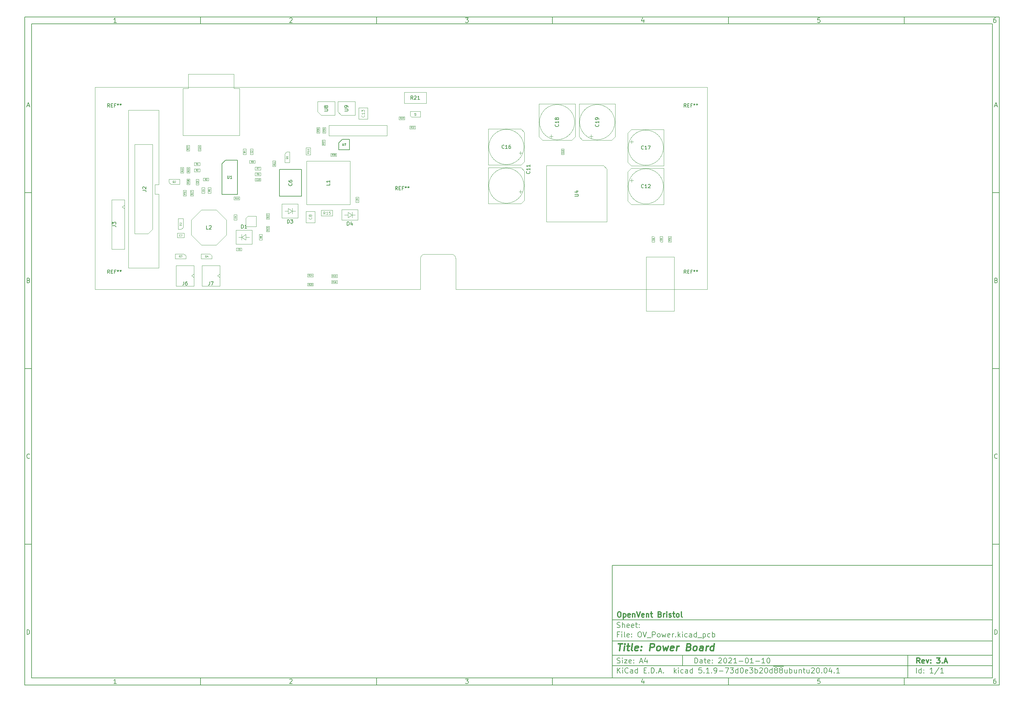
<source format=gbr>
%TF.GenerationSoftware,KiCad,Pcbnew,5.1.9-73d0e3b20d~88~ubuntu20.04.1*%
%TF.CreationDate,2021-03-10T23:10:45+08:00*%
%TF.ProjectId,OV_Power,4f565f50-6f77-4657-922e-6b696361645f,3.A*%
%TF.SameCoordinates,Original*%
%TF.FileFunction,Other,Fab,Top*%
%FSLAX46Y46*%
G04 Gerber Fmt 4.6, Leading zero omitted, Abs format (unit mm)*
G04 Created by KiCad (PCBNEW 5.1.9-73d0e3b20d~88~ubuntu20.04.1) date 2021-03-10 23:10:45*
%MOMM*%
%LPD*%
G01*
G04 APERTURE LIST*
%ADD10C,0.100000*%
%ADD11C,0.150000*%
%ADD12C,0.300000*%
%ADD13C,0.400000*%
%TA.AperFunction,Profile*%
%ADD14C,0.050000*%
%TD*%
%ADD15C,0.120000*%
%ADD16C,0.127000*%
%ADD17C,0.060000*%
%ADD18C,0.075000*%
%ADD19C,0.080000*%
G04 APERTURE END LIST*
D10*
D11*
X177002200Y-166007200D02*
X177002200Y-198007200D01*
X285002200Y-198007200D01*
X285002200Y-166007200D01*
X177002200Y-166007200D01*
D10*
D11*
X10000000Y-10000000D02*
X10000000Y-200007200D01*
X287002200Y-200007200D01*
X287002200Y-10000000D01*
X10000000Y-10000000D01*
D10*
D11*
X12000000Y-12000000D02*
X12000000Y-198007200D01*
X285002200Y-198007200D01*
X285002200Y-12000000D01*
X12000000Y-12000000D01*
D10*
D11*
X60000000Y-12000000D02*
X60000000Y-10000000D01*
D10*
D11*
X110000000Y-12000000D02*
X110000000Y-10000000D01*
D10*
D11*
X160000000Y-12000000D02*
X160000000Y-10000000D01*
D10*
D11*
X210000000Y-12000000D02*
X210000000Y-10000000D01*
D10*
D11*
X260000000Y-12000000D02*
X260000000Y-10000000D01*
D10*
D11*
X36065476Y-11588095D02*
X35322619Y-11588095D01*
X35694047Y-11588095D02*
X35694047Y-10288095D01*
X35570238Y-10473809D01*
X35446428Y-10597619D01*
X35322619Y-10659523D01*
D10*
D11*
X85322619Y-10411904D02*
X85384523Y-10350000D01*
X85508333Y-10288095D01*
X85817857Y-10288095D01*
X85941666Y-10350000D01*
X86003571Y-10411904D01*
X86065476Y-10535714D01*
X86065476Y-10659523D01*
X86003571Y-10845238D01*
X85260714Y-11588095D01*
X86065476Y-11588095D01*
D10*
D11*
X135260714Y-10288095D02*
X136065476Y-10288095D01*
X135632142Y-10783333D01*
X135817857Y-10783333D01*
X135941666Y-10845238D01*
X136003571Y-10907142D01*
X136065476Y-11030952D01*
X136065476Y-11340476D01*
X136003571Y-11464285D01*
X135941666Y-11526190D01*
X135817857Y-11588095D01*
X135446428Y-11588095D01*
X135322619Y-11526190D01*
X135260714Y-11464285D01*
D10*
D11*
X185941666Y-10721428D02*
X185941666Y-11588095D01*
X185632142Y-10226190D02*
X185322619Y-11154761D01*
X186127380Y-11154761D01*
D10*
D11*
X236003571Y-10288095D02*
X235384523Y-10288095D01*
X235322619Y-10907142D01*
X235384523Y-10845238D01*
X235508333Y-10783333D01*
X235817857Y-10783333D01*
X235941666Y-10845238D01*
X236003571Y-10907142D01*
X236065476Y-11030952D01*
X236065476Y-11340476D01*
X236003571Y-11464285D01*
X235941666Y-11526190D01*
X235817857Y-11588095D01*
X235508333Y-11588095D01*
X235384523Y-11526190D01*
X235322619Y-11464285D01*
D10*
D11*
X285941666Y-10288095D02*
X285694047Y-10288095D01*
X285570238Y-10350000D01*
X285508333Y-10411904D01*
X285384523Y-10597619D01*
X285322619Y-10845238D01*
X285322619Y-11340476D01*
X285384523Y-11464285D01*
X285446428Y-11526190D01*
X285570238Y-11588095D01*
X285817857Y-11588095D01*
X285941666Y-11526190D01*
X286003571Y-11464285D01*
X286065476Y-11340476D01*
X286065476Y-11030952D01*
X286003571Y-10907142D01*
X285941666Y-10845238D01*
X285817857Y-10783333D01*
X285570238Y-10783333D01*
X285446428Y-10845238D01*
X285384523Y-10907142D01*
X285322619Y-11030952D01*
D10*
D11*
X60000000Y-198007200D02*
X60000000Y-200007200D01*
D10*
D11*
X110000000Y-198007200D02*
X110000000Y-200007200D01*
D10*
D11*
X160000000Y-198007200D02*
X160000000Y-200007200D01*
D10*
D11*
X210000000Y-198007200D02*
X210000000Y-200007200D01*
D10*
D11*
X260000000Y-198007200D02*
X260000000Y-200007200D01*
D10*
D11*
X36065476Y-199595295D02*
X35322619Y-199595295D01*
X35694047Y-199595295D02*
X35694047Y-198295295D01*
X35570238Y-198481009D01*
X35446428Y-198604819D01*
X35322619Y-198666723D01*
D10*
D11*
X85322619Y-198419104D02*
X85384523Y-198357200D01*
X85508333Y-198295295D01*
X85817857Y-198295295D01*
X85941666Y-198357200D01*
X86003571Y-198419104D01*
X86065476Y-198542914D01*
X86065476Y-198666723D01*
X86003571Y-198852438D01*
X85260714Y-199595295D01*
X86065476Y-199595295D01*
D10*
D11*
X135260714Y-198295295D02*
X136065476Y-198295295D01*
X135632142Y-198790533D01*
X135817857Y-198790533D01*
X135941666Y-198852438D01*
X136003571Y-198914342D01*
X136065476Y-199038152D01*
X136065476Y-199347676D01*
X136003571Y-199471485D01*
X135941666Y-199533390D01*
X135817857Y-199595295D01*
X135446428Y-199595295D01*
X135322619Y-199533390D01*
X135260714Y-199471485D01*
D10*
D11*
X185941666Y-198728628D02*
X185941666Y-199595295D01*
X185632142Y-198233390D02*
X185322619Y-199161961D01*
X186127380Y-199161961D01*
D10*
D11*
X236003571Y-198295295D02*
X235384523Y-198295295D01*
X235322619Y-198914342D01*
X235384523Y-198852438D01*
X235508333Y-198790533D01*
X235817857Y-198790533D01*
X235941666Y-198852438D01*
X236003571Y-198914342D01*
X236065476Y-199038152D01*
X236065476Y-199347676D01*
X236003571Y-199471485D01*
X235941666Y-199533390D01*
X235817857Y-199595295D01*
X235508333Y-199595295D01*
X235384523Y-199533390D01*
X235322619Y-199471485D01*
D10*
D11*
X285941666Y-198295295D02*
X285694047Y-198295295D01*
X285570238Y-198357200D01*
X285508333Y-198419104D01*
X285384523Y-198604819D01*
X285322619Y-198852438D01*
X285322619Y-199347676D01*
X285384523Y-199471485D01*
X285446428Y-199533390D01*
X285570238Y-199595295D01*
X285817857Y-199595295D01*
X285941666Y-199533390D01*
X286003571Y-199471485D01*
X286065476Y-199347676D01*
X286065476Y-199038152D01*
X286003571Y-198914342D01*
X285941666Y-198852438D01*
X285817857Y-198790533D01*
X285570238Y-198790533D01*
X285446428Y-198852438D01*
X285384523Y-198914342D01*
X285322619Y-199038152D01*
D10*
D11*
X10000000Y-60000000D02*
X12000000Y-60000000D01*
D10*
D11*
X10000000Y-110000000D02*
X12000000Y-110000000D01*
D10*
D11*
X10000000Y-160000000D02*
X12000000Y-160000000D01*
D10*
D11*
X10690476Y-35216666D02*
X11309523Y-35216666D01*
X10566666Y-35588095D02*
X11000000Y-34288095D01*
X11433333Y-35588095D01*
D10*
D11*
X11092857Y-84907142D02*
X11278571Y-84969047D01*
X11340476Y-85030952D01*
X11402380Y-85154761D01*
X11402380Y-85340476D01*
X11340476Y-85464285D01*
X11278571Y-85526190D01*
X11154761Y-85588095D01*
X10659523Y-85588095D01*
X10659523Y-84288095D01*
X11092857Y-84288095D01*
X11216666Y-84350000D01*
X11278571Y-84411904D01*
X11340476Y-84535714D01*
X11340476Y-84659523D01*
X11278571Y-84783333D01*
X11216666Y-84845238D01*
X11092857Y-84907142D01*
X10659523Y-84907142D01*
D10*
D11*
X11402380Y-135464285D02*
X11340476Y-135526190D01*
X11154761Y-135588095D01*
X11030952Y-135588095D01*
X10845238Y-135526190D01*
X10721428Y-135402380D01*
X10659523Y-135278571D01*
X10597619Y-135030952D01*
X10597619Y-134845238D01*
X10659523Y-134597619D01*
X10721428Y-134473809D01*
X10845238Y-134350000D01*
X11030952Y-134288095D01*
X11154761Y-134288095D01*
X11340476Y-134350000D01*
X11402380Y-134411904D01*
D10*
D11*
X10659523Y-185588095D02*
X10659523Y-184288095D01*
X10969047Y-184288095D01*
X11154761Y-184350000D01*
X11278571Y-184473809D01*
X11340476Y-184597619D01*
X11402380Y-184845238D01*
X11402380Y-185030952D01*
X11340476Y-185278571D01*
X11278571Y-185402380D01*
X11154761Y-185526190D01*
X10969047Y-185588095D01*
X10659523Y-185588095D01*
D10*
D11*
X287002200Y-60000000D02*
X285002200Y-60000000D01*
D10*
D11*
X287002200Y-110000000D02*
X285002200Y-110000000D01*
D10*
D11*
X287002200Y-160000000D02*
X285002200Y-160000000D01*
D10*
D11*
X285692676Y-35216666D02*
X286311723Y-35216666D01*
X285568866Y-35588095D02*
X286002200Y-34288095D01*
X286435533Y-35588095D01*
D10*
D11*
X286095057Y-84907142D02*
X286280771Y-84969047D01*
X286342676Y-85030952D01*
X286404580Y-85154761D01*
X286404580Y-85340476D01*
X286342676Y-85464285D01*
X286280771Y-85526190D01*
X286156961Y-85588095D01*
X285661723Y-85588095D01*
X285661723Y-84288095D01*
X286095057Y-84288095D01*
X286218866Y-84350000D01*
X286280771Y-84411904D01*
X286342676Y-84535714D01*
X286342676Y-84659523D01*
X286280771Y-84783333D01*
X286218866Y-84845238D01*
X286095057Y-84907142D01*
X285661723Y-84907142D01*
D10*
D11*
X286404580Y-135464285D02*
X286342676Y-135526190D01*
X286156961Y-135588095D01*
X286033152Y-135588095D01*
X285847438Y-135526190D01*
X285723628Y-135402380D01*
X285661723Y-135278571D01*
X285599819Y-135030952D01*
X285599819Y-134845238D01*
X285661723Y-134597619D01*
X285723628Y-134473809D01*
X285847438Y-134350000D01*
X286033152Y-134288095D01*
X286156961Y-134288095D01*
X286342676Y-134350000D01*
X286404580Y-134411904D01*
D10*
D11*
X285661723Y-185588095D02*
X285661723Y-184288095D01*
X285971247Y-184288095D01*
X286156961Y-184350000D01*
X286280771Y-184473809D01*
X286342676Y-184597619D01*
X286404580Y-184845238D01*
X286404580Y-185030952D01*
X286342676Y-185278571D01*
X286280771Y-185402380D01*
X286156961Y-185526190D01*
X285971247Y-185588095D01*
X285661723Y-185588095D01*
D10*
D11*
X200434342Y-193785771D02*
X200434342Y-192285771D01*
X200791485Y-192285771D01*
X201005771Y-192357200D01*
X201148628Y-192500057D01*
X201220057Y-192642914D01*
X201291485Y-192928628D01*
X201291485Y-193142914D01*
X201220057Y-193428628D01*
X201148628Y-193571485D01*
X201005771Y-193714342D01*
X200791485Y-193785771D01*
X200434342Y-193785771D01*
X202577200Y-193785771D02*
X202577200Y-193000057D01*
X202505771Y-192857200D01*
X202362914Y-192785771D01*
X202077200Y-192785771D01*
X201934342Y-192857200D01*
X202577200Y-193714342D02*
X202434342Y-193785771D01*
X202077200Y-193785771D01*
X201934342Y-193714342D01*
X201862914Y-193571485D01*
X201862914Y-193428628D01*
X201934342Y-193285771D01*
X202077200Y-193214342D01*
X202434342Y-193214342D01*
X202577200Y-193142914D01*
X203077200Y-192785771D02*
X203648628Y-192785771D01*
X203291485Y-192285771D02*
X203291485Y-193571485D01*
X203362914Y-193714342D01*
X203505771Y-193785771D01*
X203648628Y-193785771D01*
X204720057Y-193714342D02*
X204577200Y-193785771D01*
X204291485Y-193785771D01*
X204148628Y-193714342D01*
X204077200Y-193571485D01*
X204077200Y-193000057D01*
X204148628Y-192857200D01*
X204291485Y-192785771D01*
X204577200Y-192785771D01*
X204720057Y-192857200D01*
X204791485Y-193000057D01*
X204791485Y-193142914D01*
X204077200Y-193285771D01*
X205434342Y-193642914D02*
X205505771Y-193714342D01*
X205434342Y-193785771D01*
X205362914Y-193714342D01*
X205434342Y-193642914D01*
X205434342Y-193785771D01*
X205434342Y-192857200D02*
X205505771Y-192928628D01*
X205434342Y-193000057D01*
X205362914Y-192928628D01*
X205434342Y-192857200D01*
X205434342Y-193000057D01*
X207220057Y-192428628D02*
X207291485Y-192357200D01*
X207434342Y-192285771D01*
X207791485Y-192285771D01*
X207934342Y-192357200D01*
X208005771Y-192428628D01*
X208077200Y-192571485D01*
X208077200Y-192714342D01*
X208005771Y-192928628D01*
X207148628Y-193785771D01*
X208077200Y-193785771D01*
X209005771Y-192285771D02*
X209148628Y-192285771D01*
X209291485Y-192357200D01*
X209362914Y-192428628D01*
X209434342Y-192571485D01*
X209505771Y-192857200D01*
X209505771Y-193214342D01*
X209434342Y-193500057D01*
X209362914Y-193642914D01*
X209291485Y-193714342D01*
X209148628Y-193785771D01*
X209005771Y-193785771D01*
X208862914Y-193714342D01*
X208791485Y-193642914D01*
X208720057Y-193500057D01*
X208648628Y-193214342D01*
X208648628Y-192857200D01*
X208720057Y-192571485D01*
X208791485Y-192428628D01*
X208862914Y-192357200D01*
X209005771Y-192285771D01*
X210077200Y-192428628D02*
X210148628Y-192357200D01*
X210291485Y-192285771D01*
X210648628Y-192285771D01*
X210791485Y-192357200D01*
X210862914Y-192428628D01*
X210934342Y-192571485D01*
X210934342Y-192714342D01*
X210862914Y-192928628D01*
X210005771Y-193785771D01*
X210934342Y-193785771D01*
X212362914Y-193785771D02*
X211505771Y-193785771D01*
X211934342Y-193785771D02*
X211934342Y-192285771D01*
X211791485Y-192500057D01*
X211648628Y-192642914D01*
X211505771Y-192714342D01*
X213005771Y-193214342D02*
X214148628Y-193214342D01*
X215148628Y-192285771D02*
X215291485Y-192285771D01*
X215434342Y-192357200D01*
X215505771Y-192428628D01*
X215577200Y-192571485D01*
X215648628Y-192857200D01*
X215648628Y-193214342D01*
X215577200Y-193500057D01*
X215505771Y-193642914D01*
X215434342Y-193714342D01*
X215291485Y-193785771D01*
X215148628Y-193785771D01*
X215005771Y-193714342D01*
X214934342Y-193642914D01*
X214862914Y-193500057D01*
X214791485Y-193214342D01*
X214791485Y-192857200D01*
X214862914Y-192571485D01*
X214934342Y-192428628D01*
X215005771Y-192357200D01*
X215148628Y-192285771D01*
X217077200Y-193785771D02*
X216220057Y-193785771D01*
X216648628Y-193785771D02*
X216648628Y-192285771D01*
X216505771Y-192500057D01*
X216362914Y-192642914D01*
X216220057Y-192714342D01*
X217720057Y-193214342D02*
X218862914Y-193214342D01*
X220362914Y-193785771D02*
X219505771Y-193785771D01*
X219934342Y-193785771D02*
X219934342Y-192285771D01*
X219791485Y-192500057D01*
X219648628Y-192642914D01*
X219505771Y-192714342D01*
X221291485Y-192285771D02*
X221434342Y-192285771D01*
X221577200Y-192357200D01*
X221648628Y-192428628D01*
X221720057Y-192571485D01*
X221791485Y-192857200D01*
X221791485Y-193214342D01*
X221720057Y-193500057D01*
X221648628Y-193642914D01*
X221577200Y-193714342D01*
X221434342Y-193785771D01*
X221291485Y-193785771D01*
X221148628Y-193714342D01*
X221077200Y-193642914D01*
X221005771Y-193500057D01*
X220934342Y-193214342D01*
X220934342Y-192857200D01*
X221005771Y-192571485D01*
X221077200Y-192428628D01*
X221148628Y-192357200D01*
X221291485Y-192285771D01*
D10*
D11*
X177002200Y-194507200D02*
X285002200Y-194507200D01*
D10*
D11*
X178434342Y-196585771D02*
X178434342Y-195085771D01*
X179291485Y-196585771D02*
X178648628Y-195728628D01*
X179291485Y-195085771D02*
X178434342Y-195942914D01*
X179934342Y-196585771D02*
X179934342Y-195585771D01*
X179934342Y-195085771D02*
X179862914Y-195157200D01*
X179934342Y-195228628D01*
X180005771Y-195157200D01*
X179934342Y-195085771D01*
X179934342Y-195228628D01*
X181505771Y-196442914D02*
X181434342Y-196514342D01*
X181220057Y-196585771D01*
X181077200Y-196585771D01*
X180862914Y-196514342D01*
X180720057Y-196371485D01*
X180648628Y-196228628D01*
X180577200Y-195942914D01*
X180577200Y-195728628D01*
X180648628Y-195442914D01*
X180720057Y-195300057D01*
X180862914Y-195157200D01*
X181077200Y-195085771D01*
X181220057Y-195085771D01*
X181434342Y-195157200D01*
X181505771Y-195228628D01*
X182791485Y-196585771D02*
X182791485Y-195800057D01*
X182720057Y-195657200D01*
X182577200Y-195585771D01*
X182291485Y-195585771D01*
X182148628Y-195657200D01*
X182791485Y-196514342D02*
X182648628Y-196585771D01*
X182291485Y-196585771D01*
X182148628Y-196514342D01*
X182077200Y-196371485D01*
X182077200Y-196228628D01*
X182148628Y-196085771D01*
X182291485Y-196014342D01*
X182648628Y-196014342D01*
X182791485Y-195942914D01*
X184148628Y-196585771D02*
X184148628Y-195085771D01*
X184148628Y-196514342D02*
X184005771Y-196585771D01*
X183720057Y-196585771D01*
X183577200Y-196514342D01*
X183505771Y-196442914D01*
X183434342Y-196300057D01*
X183434342Y-195871485D01*
X183505771Y-195728628D01*
X183577200Y-195657200D01*
X183720057Y-195585771D01*
X184005771Y-195585771D01*
X184148628Y-195657200D01*
X186005771Y-195800057D02*
X186505771Y-195800057D01*
X186720057Y-196585771D02*
X186005771Y-196585771D01*
X186005771Y-195085771D01*
X186720057Y-195085771D01*
X187362914Y-196442914D02*
X187434342Y-196514342D01*
X187362914Y-196585771D01*
X187291485Y-196514342D01*
X187362914Y-196442914D01*
X187362914Y-196585771D01*
X188077200Y-196585771D02*
X188077200Y-195085771D01*
X188434342Y-195085771D01*
X188648628Y-195157200D01*
X188791485Y-195300057D01*
X188862914Y-195442914D01*
X188934342Y-195728628D01*
X188934342Y-195942914D01*
X188862914Y-196228628D01*
X188791485Y-196371485D01*
X188648628Y-196514342D01*
X188434342Y-196585771D01*
X188077200Y-196585771D01*
X189577200Y-196442914D02*
X189648628Y-196514342D01*
X189577200Y-196585771D01*
X189505771Y-196514342D01*
X189577200Y-196442914D01*
X189577200Y-196585771D01*
X190220057Y-196157200D02*
X190934342Y-196157200D01*
X190077200Y-196585771D02*
X190577200Y-195085771D01*
X191077200Y-196585771D01*
X191577200Y-196442914D02*
X191648628Y-196514342D01*
X191577200Y-196585771D01*
X191505771Y-196514342D01*
X191577200Y-196442914D01*
X191577200Y-196585771D01*
X194577200Y-196585771D02*
X194577200Y-195085771D01*
X194720057Y-196014342D02*
X195148628Y-196585771D01*
X195148628Y-195585771D02*
X194577200Y-196157200D01*
X195791485Y-196585771D02*
X195791485Y-195585771D01*
X195791485Y-195085771D02*
X195720057Y-195157200D01*
X195791485Y-195228628D01*
X195862914Y-195157200D01*
X195791485Y-195085771D01*
X195791485Y-195228628D01*
X197148628Y-196514342D02*
X197005771Y-196585771D01*
X196720057Y-196585771D01*
X196577200Y-196514342D01*
X196505771Y-196442914D01*
X196434342Y-196300057D01*
X196434342Y-195871485D01*
X196505771Y-195728628D01*
X196577200Y-195657200D01*
X196720057Y-195585771D01*
X197005771Y-195585771D01*
X197148628Y-195657200D01*
X198434342Y-196585771D02*
X198434342Y-195800057D01*
X198362914Y-195657200D01*
X198220057Y-195585771D01*
X197934342Y-195585771D01*
X197791485Y-195657200D01*
X198434342Y-196514342D02*
X198291485Y-196585771D01*
X197934342Y-196585771D01*
X197791485Y-196514342D01*
X197720057Y-196371485D01*
X197720057Y-196228628D01*
X197791485Y-196085771D01*
X197934342Y-196014342D01*
X198291485Y-196014342D01*
X198434342Y-195942914D01*
X199791485Y-196585771D02*
X199791485Y-195085771D01*
X199791485Y-196514342D02*
X199648628Y-196585771D01*
X199362914Y-196585771D01*
X199220057Y-196514342D01*
X199148628Y-196442914D01*
X199077200Y-196300057D01*
X199077200Y-195871485D01*
X199148628Y-195728628D01*
X199220057Y-195657200D01*
X199362914Y-195585771D01*
X199648628Y-195585771D01*
X199791485Y-195657200D01*
X202362914Y-195085771D02*
X201648628Y-195085771D01*
X201577200Y-195800057D01*
X201648628Y-195728628D01*
X201791485Y-195657200D01*
X202148628Y-195657200D01*
X202291485Y-195728628D01*
X202362914Y-195800057D01*
X202434342Y-195942914D01*
X202434342Y-196300057D01*
X202362914Y-196442914D01*
X202291485Y-196514342D01*
X202148628Y-196585771D01*
X201791485Y-196585771D01*
X201648628Y-196514342D01*
X201577200Y-196442914D01*
X203077200Y-196442914D02*
X203148628Y-196514342D01*
X203077200Y-196585771D01*
X203005771Y-196514342D01*
X203077200Y-196442914D01*
X203077200Y-196585771D01*
X204577200Y-196585771D02*
X203720057Y-196585771D01*
X204148628Y-196585771D02*
X204148628Y-195085771D01*
X204005771Y-195300057D01*
X203862914Y-195442914D01*
X203720057Y-195514342D01*
X205220057Y-196442914D02*
X205291485Y-196514342D01*
X205220057Y-196585771D01*
X205148628Y-196514342D01*
X205220057Y-196442914D01*
X205220057Y-196585771D01*
X206005771Y-196585771D02*
X206291485Y-196585771D01*
X206434342Y-196514342D01*
X206505771Y-196442914D01*
X206648628Y-196228628D01*
X206720057Y-195942914D01*
X206720057Y-195371485D01*
X206648628Y-195228628D01*
X206577200Y-195157200D01*
X206434342Y-195085771D01*
X206148628Y-195085771D01*
X206005771Y-195157200D01*
X205934342Y-195228628D01*
X205862914Y-195371485D01*
X205862914Y-195728628D01*
X205934342Y-195871485D01*
X206005771Y-195942914D01*
X206148628Y-196014342D01*
X206434342Y-196014342D01*
X206577200Y-195942914D01*
X206648628Y-195871485D01*
X206720057Y-195728628D01*
X207362914Y-196014342D02*
X208505771Y-196014342D01*
X209077200Y-195085771D02*
X210077200Y-195085771D01*
X209434342Y-196585771D01*
X210505771Y-195085771D02*
X211434342Y-195085771D01*
X210934342Y-195657200D01*
X211148628Y-195657200D01*
X211291485Y-195728628D01*
X211362914Y-195800057D01*
X211434342Y-195942914D01*
X211434342Y-196300057D01*
X211362914Y-196442914D01*
X211291485Y-196514342D01*
X211148628Y-196585771D01*
X210720057Y-196585771D01*
X210577200Y-196514342D01*
X210505771Y-196442914D01*
X212720057Y-196585771D02*
X212720057Y-195085771D01*
X212720057Y-196514342D02*
X212577200Y-196585771D01*
X212291485Y-196585771D01*
X212148628Y-196514342D01*
X212077200Y-196442914D01*
X212005771Y-196300057D01*
X212005771Y-195871485D01*
X212077200Y-195728628D01*
X212148628Y-195657200D01*
X212291485Y-195585771D01*
X212577200Y-195585771D01*
X212720057Y-195657200D01*
X213720057Y-195085771D02*
X213862914Y-195085771D01*
X214005771Y-195157200D01*
X214077200Y-195228628D01*
X214148628Y-195371485D01*
X214220057Y-195657200D01*
X214220057Y-196014342D01*
X214148628Y-196300057D01*
X214077200Y-196442914D01*
X214005771Y-196514342D01*
X213862914Y-196585771D01*
X213720057Y-196585771D01*
X213577200Y-196514342D01*
X213505771Y-196442914D01*
X213434342Y-196300057D01*
X213362914Y-196014342D01*
X213362914Y-195657200D01*
X213434342Y-195371485D01*
X213505771Y-195228628D01*
X213577200Y-195157200D01*
X213720057Y-195085771D01*
X215434342Y-196514342D02*
X215291485Y-196585771D01*
X215005771Y-196585771D01*
X214862914Y-196514342D01*
X214791485Y-196371485D01*
X214791485Y-195800057D01*
X214862914Y-195657200D01*
X215005771Y-195585771D01*
X215291485Y-195585771D01*
X215434342Y-195657200D01*
X215505771Y-195800057D01*
X215505771Y-195942914D01*
X214791485Y-196085771D01*
X216005771Y-195085771D02*
X216934342Y-195085771D01*
X216434342Y-195657200D01*
X216648628Y-195657200D01*
X216791485Y-195728628D01*
X216862914Y-195800057D01*
X216934342Y-195942914D01*
X216934342Y-196300057D01*
X216862914Y-196442914D01*
X216791485Y-196514342D01*
X216648628Y-196585771D01*
X216220057Y-196585771D01*
X216077200Y-196514342D01*
X216005771Y-196442914D01*
X217577200Y-196585771D02*
X217577200Y-195085771D01*
X217577200Y-195657200D02*
X217720057Y-195585771D01*
X218005771Y-195585771D01*
X218148628Y-195657200D01*
X218220057Y-195728628D01*
X218291485Y-195871485D01*
X218291485Y-196300057D01*
X218220057Y-196442914D01*
X218148628Y-196514342D01*
X218005771Y-196585771D01*
X217720057Y-196585771D01*
X217577200Y-196514342D01*
X218862914Y-195228628D02*
X218934342Y-195157200D01*
X219077200Y-195085771D01*
X219434342Y-195085771D01*
X219577200Y-195157200D01*
X219648628Y-195228628D01*
X219720057Y-195371485D01*
X219720057Y-195514342D01*
X219648628Y-195728628D01*
X218791485Y-196585771D01*
X219720057Y-196585771D01*
X220648628Y-195085771D02*
X220791485Y-195085771D01*
X220934342Y-195157200D01*
X221005771Y-195228628D01*
X221077200Y-195371485D01*
X221148628Y-195657200D01*
X221148628Y-196014342D01*
X221077200Y-196300057D01*
X221005771Y-196442914D01*
X220934342Y-196514342D01*
X220791485Y-196585771D01*
X220648628Y-196585771D01*
X220505771Y-196514342D01*
X220434342Y-196442914D01*
X220362914Y-196300057D01*
X220291485Y-196014342D01*
X220291485Y-195657200D01*
X220362914Y-195371485D01*
X220434342Y-195228628D01*
X220505771Y-195157200D01*
X220648628Y-195085771D01*
X222434342Y-196585771D02*
X222434342Y-195085771D01*
X222434342Y-196514342D02*
X222291485Y-196585771D01*
X222005771Y-196585771D01*
X221862914Y-196514342D01*
X221791485Y-196442914D01*
X221720057Y-196300057D01*
X221720057Y-195871485D01*
X221791485Y-195728628D01*
X221862914Y-195657200D01*
X222005771Y-195585771D01*
X222291485Y-195585771D01*
X222434342Y-195657200D01*
X222791485Y-194677200D02*
X224220057Y-194677200D01*
X223362914Y-195728628D02*
X223220057Y-195657200D01*
X223148628Y-195585771D01*
X223077200Y-195442914D01*
X223077200Y-195371485D01*
X223148628Y-195228628D01*
X223220057Y-195157200D01*
X223362914Y-195085771D01*
X223648628Y-195085771D01*
X223791485Y-195157200D01*
X223862914Y-195228628D01*
X223934342Y-195371485D01*
X223934342Y-195442914D01*
X223862914Y-195585771D01*
X223791485Y-195657200D01*
X223648628Y-195728628D01*
X223362914Y-195728628D01*
X223220057Y-195800057D01*
X223148628Y-195871485D01*
X223077200Y-196014342D01*
X223077200Y-196300057D01*
X223148628Y-196442914D01*
X223220057Y-196514342D01*
X223362914Y-196585771D01*
X223648628Y-196585771D01*
X223791485Y-196514342D01*
X223862914Y-196442914D01*
X223934342Y-196300057D01*
X223934342Y-196014342D01*
X223862914Y-195871485D01*
X223791485Y-195800057D01*
X223648628Y-195728628D01*
X224220057Y-194677200D02*
X225648628Y-194677200D01*
X224791485Y-195728628D02*
X224648628Y-195657200D01*
X224577200Y-195585771D01*
X224505771Y-195442914D01*
X224505771Y-195371485D01*
X224577200Y-195228628D01*
X224648628Y-195157200D01*
X224791485Y-195085771D01*
X225077200Y-195085771D01*
X225220057Y-195157200D01*
X225291485Y-195228628D01*
X225362914Y-195371485D01*
X225362914Y-195442914D01*
X225291485Y-195585771D01*
X225220057Y-195657200D01*
X225077200Y-195728628D01*
X224791485Y-195728628D01*
X224648628Y-195800057D01*
X224577200Y-195871485D01*
X224505771Y-196014342D01*
X224505771Y-196300057D01*
X224577200Y-196442914D01*
X224648628Y-196514342D01*
X224791485Y-196585771D01*
X225077200Y-196585771D01*
X225220057Y-196514342D01*
X225291485Y-196442914D01*
X225362914Y-196300057D01*
X225362914Y-196014342D01*
X225291485Y-195871485D01*
X225220057Y-195800057D01*
X225077200Y-195728628D01*
X226648628Y-195585771D02*
X226648628Y-196585771D01*
X226005771Y-195585771D02*
X226005771Y-196371485D01*
X226077199Y-196514342D01*
X226220057Y-196585771D01*
X226434342Y-196585771D01*
X226577199Y-196514342D01*
X226648628Y-196442914D01*
X227362914Y-196585771D02*
X227362914Y-195085771D01*
X227362914Y-195657200D02*
X227505771Y-195585771D01*
X227791485Y-195585771D01*
X227934342Y-195657200D01*
X228005771Y-195728628D01*
X228077200Y-195871485D01*
X228077200Y-196300057D01*
X228005771Y-196442914D01*
X227934342Y-196514342D01*
X227791485Y-196585771D01*
X227505771Y-196585771D01*
X227362914Y-196514342D01*
X229362914Y-195585771D02*
X229362914Y-196585771D01*
X228720057Y-195585771D02*
X228720057Y-196371485D01*
X228791485Y-196514342D01*
X228934342Y-196585771D01*
X229148628Y-196585771D01*
X229291485Y-196514342D01*
X229362914Y-196442914D01*
X230077200Y-195585771D02*
X230077200Y-196585771D01*
X230077200Y-195728628D02*
X230148628Y-195657200D01*
X230291485Y-195585771D01*
X230505771Y-195585771D01*
X230648628Y-195657200D01*
X230720057Y-195800057D01*
X230720057Y-196585771D01*
X231220057Y-195585771D02*
X231791485Y-195585771D01*
X231434342Y-195085771D02*
X231434342Y-196371485D01*
X231505771Y-196514342D01*
X231648628Y-196585771D01*
X231791485Y-196585771D01*
X232934342Y-195585771D02*
X232934342Y-196585771D01*
X232291485Y-195585771D02*
X232291485Y-196371485D01*
X232362914Y-196514342D01*
X232505771Y-196585771D01*
X232720057Y-196585771D01*
X232862914Y-196514342D01*
X232934342Y-196442914D01*
X233577200Y-195228628D02*
X233648628Y-195157200D01*
X233791485Y-195085771D01*
X234148628Y-195085771D01*
X234291485Y-195157200D01*
X234362914Y-195228628D01*
X234434342Y-195371485D01*
X234434342Y-195514342D01*
X234362914Y-195728628D01*
X233505771Y-196585771D01*
X234434342Y-196585771D01*
X235362914Y-195085771D02*
X235505771Y-195085771D01*
X235648628Y-195157200D01*
X235720057Y-195228628D01*
X235791485Y-195371485D01*
X235862914Y-195657200D01*
X235862914Y-196014342D01*
X235791485Y-196300057D01*
X235720057Y-196442914D01*
X235648628Y-196514342D01*
X235505771Y-196585771D01*
X235362914Y-196585771D01*
X235220057Y-196514342D01*
X235148628Y-196442914D01*
X235077200Y-196300057D01*
X235005771Y-196014342D01*
X235005771Y-195657200D01*
X235077200Y-195371485D01*
X235148628Y-195228628D01*
X235220057Y-195157200D01*
X235362914Y-195085771D01*
X236505771Y-196442914D02*
X236577199Y-196514342D01*
X236505771Y-196585771D01*
X236434342Y-196514342D01*
X236505771Y-196442914D01*
X236505771Y-196585771D01*
X237505771Y-195085771D02*
X237648628Y-195085771D01*
X237791485Y-195157200D01*
X237862914Y-195228628D01*
X237934342Y-195371485D01*
X238005771Y-195657200D01*
X238005771Y-196014342D01*
X237934342Y-196300057D01*
X237862914Y-196442914D01*
X237791485Y-196514342D01*
X237648628Y-196585771D01*
X237505771Y-196585771D01*
X237362914Y-196514342D01*
X237291485Y-196442914D01*
X237220057Y-196300057D01*
X237148628Y-196014342D01*
X237148628Y-195657200D01*
X237220057Y-195371485D01*
X237291485Y-195228628D01*
X237362914Y-195157200D01*
X237505771Y-195085771D01*
X239291485Y-195585771D02*
X239291485Y-196585771D01*
X238934342Y-195014342D02*
X238577199Y-196085771D01*
X239505771Y-196085771D01*
X240077199Y-196442914D02*
X240148628Y-196514342D01*
X240077199Y-196585771D01*
X240005771Y-196514342D01*
X240077199Y-196442914D01*
X240077199Y-196585771D01*
X241577199Y-196585771D02*
X240720057Y-196585771D01*
X241148628Y-196585771D02*
X241148628Y-195085771D01*
X241005771Y-195300057D01*
X240862914Y-195442914D01*
X240720057Y-195514342D01*
D10*
D11*
X177002200Y-191507200D02*
X285002200Y-191507200D01*
D10*
D12*
X264411485Y-193785771D02*
X263911485Y-193071485D01*
X263554342Y-193785771D02*
X263554342Y-192285771D01*
X264125771Y-192285771D01*
X264268628Y-192357200D01*
X264340057Y-192428628D01*
X264411485Y-192571485D01*
X264411485Y-192785771D01*
X264340057Y-192928628D01*
X264268628Y-193000057D01*
X264125771Y-193071485D01*
X263554342Y-193071485D01*
X265625771Y-193714342D02*
X265482914Y-193785771D01*
X265197200Y-193785771D01*
X265054342Y-193714342D01*
X264982914Y-193571485D01*
X264982914Y-193000057D01*
X265054342Y-192857200D01*
X265197200Y-192785771D01*
X265482914Y-192785771D01*
X265625771Y-192857200D01*
X265697200Y-193000057D01*
X265697200Y-193142914D01*
X264982914Y-193285771D01*
X266197200Y-192785771D02*
X266554342Y-193785771D01*
X266911485Y-192785771D01*
X267482914Y-193642914D02*
X267554342Y-193714342D01*
X267482914Y-193785771D01*
X267411485Y-193714342D01*
X267482914Y-193642914D01*
X267482914Y-193785771D01*
X267482914Y-192857200D02*
X267554342Y-192928628D01*
X267482914Y-193000057D01*
X267411485Y-192928628D01*
X267482914Y-192857200D01*
X267482914Y-193000057D01*
X269197200Y-192285771D02*
X270125771Y-192285771D01*
X269625771Y-192857200D01*
X269840057Y-192857200D01*
X269982914Y-192928628D01*
X270054342Y-193000057D01*
X270125771Y-193142914D01*
X270125771Y-193500057D01*
X270054342Y-193642914D01*
X269982914Y-193714342D01*
X269840057Y-193785771D01*
X269411485Y-193785771D01*
X269268628Y-193714342D01*
X269197200Y-193642914D01*
X270768628Y-193642914D02*
X270840057Y-193714342D01*
X270768628Y-193785771D01*
X270697200Y-193714342D01*
X270768628Y-193642914D01*
X270768628Y-193785771D01*
X271411485Y-193357200D02*
X272125771Y-193357200D01*
X271268628Y-193785771D02*
X271768628Y-192285771D01*
X272268628Y-193785771D01*
D10*
D11*
X178362914Y-193714342D02*
X178577200Y-193785771D01*
X178934342Y-193785771D01*
X179077200Y-193714342D01*
X179148628Y-193642914D01*
X179220057Y-193500057D01*
X179220057Y-193357200D01*
X179148628Y-193214342D01*
X179077200Y-193142914D01*
X178934342Y-193071485D01*
X178648628Y-193000057D01*
X178505771Y-192928628D01*
X178434342Y-192857200D01*
X178362914Y-192714342D01*
X178362914Y-192571485D01*
X178434342Y-192428628D01*
X178505771Y-192357200D01*
X178648628Y-192285771D01*
X179005771Y-192285771D01*
X179220057Y-192357200D01*
X179862914Y-193785771D02*
X179862914Y-192785771D01*
X179862914Y-192285771D02*
X179791485Y-192357200D01*
X179862914Y-192428628D01*
X179934342Y-192357200D01*
X179862914Y-192285771D01*
X179862914Y-192428628D01*
X180434342Y-192785771D02*
X181220057Y-192785771D01*
X180434342Y-193785771D01*
X181220057Y-193785771D01*
X182362914Y-193714342D02*
X182220057Y-193785771D01*
X181934342Y-193785771D01*
X181791485Y-193714342D01*
X181720057Y-193571485D01*
X181720057Y-193000057D01*
X181791485Y-192857200D01*
X181934342Y-192785771D01*
X182220057Y-192785771D01*
X182362914Y-192857200D01*
X182434342Y-193000057D01*
X182434342Y-193142914D01*
X181720057Y-193285771D01*
X183077200Y-193642914D02*
X183148628Y-193714342D01*
X183077200Y-193785771D01*
X183005771Y-193714342D01*
X183077200Y-193642914D01*
X183077200Y-193785771D01*
X183077200Y-192857200D02*
X183148628Y-192928628D01*
X183077200Y-193000057D01*
X183005771Y-192928628D01*
X183077200Y-192857200D01*
X183077200Y-193000057D01*
X184862914Y-193357200D02*
X185577200Y-193357200D01*
X184720057Y-193785771D02*
X185220057Y-192285771D01*
X185720057Y-193785771D01*
X186862914Y-192785771D02*
X186862914Y-193785771D01*
X186505771Y-192214342D02*
X186148628Y-193285771D01*
X187077200Y-193285771D01*
D10*
D11*
X263434342Y-196585771D02*
X263434342Y-195085771D01*
X264791485Y-196585771D02*
X264791485Y-195085771D01*
X264791485Y-196514342D02*
X264648628Y-196585771D01*
X264362914Y-196585771D01*
X264220057Y-196514342D01*
X264148628Y-196442914D01*
X264077200Y-196300057D01*
X264077200Y-195871485D01*
X264148628Y-195728628D01*
X264220057Y-195657200D01*
X264362914Y-195585771D01*
X264648628Y-195585771D01*
X264791485Y-195657200D01*
X265505771Y-196442914D02*
X265577200Y-196514342D01*
X265505771Y-196585771D01*
X265434342Y-196514342D01*
X265505771Y-196442914D01*
X265505771Y-196585771D01*
X265505771Y-195657200D02*
X265577200Y-195728628D01*
X265505771Y-195800057D01*
X265434342Y-195728628D01*
X265505771Y-195657200D01*
X265505771Y-195800057D01*
X268148628Y-196585771D02*
X267291485Y-196585771D01*
X267720057Y-196585771D02*
X267720057Y-195085771D01*
X267577200Y-195300057D01*
X267434342Y-195442914D01*
X267291485Y-195514342D01*
X269862914Y-195014342D02*
X268577200Y-196942914D01*
X271148628Y-196585771D02*
X270291485Y-196585771D01*
X270720057Y-196585771D02*
X270720057Y-195085771D01*
X270577200Y-195300057D01*
X270434342Y-195442914D01*
X270291485Y-195514342D01*
D10*
D11*
X177002200Y-187507200D02*
X285002200Y-187507200D01*
D10*
D13*
X178714580Y-188211961D02*
X179857438Y-188211961D01*
X179036009Y-190211961D02*
X179286009Y-188211961D01*
X180274104Y-190211961D02*
X180440771Y-188878628D01*
X180524104Y-188211961D02*
X180416961Y-188307200D01*
X180500295Y-188402438D01*
X180607438Y-188307200D01*
X180524104Y-188211961D01*
X180500295Y-188402438D01*
X181107438Y-188878628D02*
X181869342Y-188878628D01*
X181476485Y-188211961D02*
X181262200Y-189926247D01*
X181333628Y-190116723D01*
X181512200Y-190211961D01*
X181702676Y-190211961D01*
X182655057Y-190211961D02*
X182476485Y-190116723D01*
X182405057Y-189926247D01*
X182619342Y-188211961D01*
X184190771Y-190116723D02*
X183988390Y-190211961D01*
X183607438Y-190211961D01*
X183428866Y-190116723D01*
X183357438Y-189926247D01*
X183452676Y-189164342D01*
X183571723Y-188973866D01*
X183774104Y-188878628D01*
X184155057Y-188878628D01*
X184333628Y-188973866D01*
X184405057Y-189164342D01*
X184381247Y-189354819D01*
X183405057Y-189545295D01*
X185155057Y-190021485D02*
X185238390Y-190116723D01*
X185131247Y-190211961D01*
X185047914Y-190116723D01*
X185155057Y-190021485D01*
X185131247Y-190211961D01*
X185286009Y-188973866D02*
X185369342Y-189069104D01*
X185262200Y-189164342D01*
X185178866Y-189069104D01*
X185286009Y-188973866D01*
X185262200Y-189164342D01*
X187607438Y-190211961D02*
X187857438Y-188211961D01*
X188619342Y-188211961D01*
X188797914Y-188307200D01*
X188881247Y-188402438D01*
X188952676Y-188592914D01*
X188916961Y-188878628D01*
X188797914Y-189069104D01*
X188690771Y-189164342D01*
X188488390Y-189259580D01*
X187726485Y-189259580D01*
X189893152Y-190211961D02*
X189714580Y-190116723D01*
X189631247Y-190021485D01*
X189559819Y-189831009D01*
X189631247Y-189259580D01*
X189750295Y-189069104D01*
X189857438Y-188973866D01*
X190059819Y-188878628D01*
X190345533Y-188878628D01*
X190524104Y-188973866D01*
X190607438Y-189069104D01*
X190678866Y-189259580D01*
X190607438Y-189831009D01*
X190488390Y-190021485D01*
X190381247Y-190116723D01*
X190178866Y-190211961D01*
X189893152Y-190211961D01*
X191393152Y-188878628D02*
X191607438Y-190211961D01*
X192107438Y-189259580D01*
X192369342Y-190211961D01*
X192916961Y-188878628D01*
X194286009Y-190116723D02*
X194083628Y-190211961D01*
X193702676Y-190211961D01*
X193524104Y-190116723D01*
X193452676Y-189926247D01*
X193547914Y-189164342D01*
X193666961Y-188973866D01*
X193869342Y-188878628D01*
X194250295Y-188878628D01*
X194428866Y-188973866D01*
X194500295Y-189164342D01*
X194476485Y-189354819D01*
X193500295Y-189545295D01*
X195226485Y-190211961D02*
X195393152Y-188878628D01*
X195345533Y-189259580D02*
X195464580Y-189069104D01*
X195571723Y-188973866D01*
X195774104Y-188878628D01*
X195964580Y-188878628D01*
X198786009Y-189164342D02*
X199059819Y-189259580D01*
X199143152Y-189354819D01*
X199214580Y-189545295D01*
X199178866Y-189831009D01*
X199059819Y-190021485D01*
X198952676Y-190116723D01*
X198750295Y-190211961D01*
X197988390Y-190211961D01*
X198238390Y-188211961D01*
X198905057Y-188211961D01*
X199083628Y-188307200D01*
X199166961Y-188402438D01*
X199238390Y-188592914D01*
X199214580Y-188783390D01*
X199095533Y-188973866D01*
X198988390Y-189069104D01*
X198786009Y-189164342D01*
X198119342Y-189164342D01*
X200274104Y-190211961D02*
X200095533Y-190116723D01*
X200012200Y-190021485D01*
X199940771Y-189831009D01*
X200012200Y-189259580D01*
X200131247Y-189069104D01*
X200238390Y-188973866D01*
X200440771Y-188878628D01*
X200726485Y-188878628D01*
X200905057Y-188973866D01*
X200988390Y-189069104D01*
X201059819Y-189259580D01*
X200988390Y-189831009D01*
X200869342Y-190021485D01*
X200762200Y-190116723D01*
X200559819Y-190211961D01*
X200274104Y-190211961D01*
X202655057Y-190211961D02*
X202786009Y-189164342D01*
X202714580Y-188973866D01*
X202536009Y-188878628D01*
X202155057Y-188878628D01*
X201952676Y-188973866D01*
X202666961Y-190116723D02*
X202464580Y-190211961D01*
X201988390Y-190211961D01*
X201809819Y-190116723D01*
X201738390Y-189926247D01*
X201762200Y-189735771D01*
X201881247Y-189545295D01*
X202083628Y-189450057D01*
X202559819Y-189450057D01*
X202762200Y-189354819D01*
X203607438Y-190211961D02*
X203774104Y-188878628D01*
X203726485Y-189259580D02*
X203845533Y-189069104D01*
X203952676Y-188973866D01*
X204155057Y-188878628D01*
X204345533Y-188878628D01*
X205702676Y-190211961D02*
X205952676Y-188211961D01*
X205714580Y-190116723D02*
X205512200Y-190211961D01*
X205131247Y-190211961D01*
X204952676Y-190116723D01*
X204869342Y-190021485D01*
X204797914Y-189831009D01*
X204869342Y-189259580D01*
X204988390Y-189069104D01*
X205095533Y-188973866D01*
X205297914Y-188878628D01*
X205678866Y-188878628D01*
X205857438Y-188973866D01*
D10*
D11*
X178934342Y-185600057D02*
X178434342Y-185600057D01*
X178434342Y-186385771D02*
X178434342Y-184885771D01*
X179148628Y-184885771D01*
X179720057Y-186385771D02*
X179720057Y-185385771D01*
X179720057Y-184885771D02*
X179648628Y-184957200D01*
X179720057Y-185028628D01*
X179791485Y-184957200D01*
X179720057Y-184885771D01*
X179720057Y-185028628D01*
X180648628Y-186385771D02*
X180505771Y-186314342D01*
X180434342Y-186171485D01*
X180434342Y-184885771D01*
X181791485Y-186314342D02*
X181648628Y-186385771D01*
X181362914Y-186385771D01*
X181220057Y-186314342D01*
X181148628Y-186171485D01*
X181148628Y-185600057D01*
X181220057Y-185457200D01*
X181362914Y-185385771D01*
X181648628Y-185385771D01*
X181791485Y-185457200D01*
X181862914Y-185600057D01*
X181862914Y-185742914D01*
X181148628Y-185885771D01*
X182505771Y-186242914D02*
X182577200Y-186314342D01*
X182505771Y-186385771D01*
X182434342Y-186314342D01*
X182505771Y-186242914D01*
X182505771Y-186385771D01*
X182505771Y-185457200D02*
X182577200Y-185528628D01*
X182505771Y-185600057D01*
X182434342Y-185528628D01*
X182505771Y-185457200D01*
X182505771Y-185600057D01*
X184648628Y-184885771D02*
X184934342Y-184885771D01*
X185077200Y-184957200D01*
X185220057Y-185100057D01*
X185291485Y-185385771D01*
X185291485Y-185885771D01*
X185220057Y-186171485D01*
X185077200Y-186314342D01*
X184934342Y-186385771D01*
X184648628Y-186385771D01*
X184505771Y-186314342D01*
X184362914Y-186171485D01*
X184291485Y-185885771D01*
X184291485Y-185385771D01*
X184362914Y-185100057D01*
X184505771Y-184957200D01*
X184648628Y-184885771D01*
X185720057Y-184885771D02*
X186220057Y-186385771D01*
X186720057Y-184885771D01*
X186862914Y-186528628D02*
X188005771Y-186528628D01*
X188362914Y-186385771D02*
X188362914Y-184885771D01*
X188934342Y-184885771D01*
X189077200Y-184957200D01*
X189148628Y-185028628D01*
X189220057Y-185171485D01*
X189220057Y-185385771D01*
X189148628Y-185528628D01*
X189077200Y-185600057D01*
X188934342Y-185671485D01*
X188362914Y-185671485D01*
X190077200Y-186385771D02*
X189934342Y-186314342D01*
X189862914Y-186242914D01*
X189791485Y-186100057D01*
X189791485Y-185671485D01*
X189862914Y-185528628D01*
X189934342Y-185457200D01*
X190077200Y-185385771D01*
X190291485Y-185385771D01*
X190434342Y-185457200D01*
X190505771Y-185528628D01*
X190577200Y-185671485D01*
X190577200Y-186100057D01*
X190505771Y-186242914D01*
X190434342Y-186314342D01*
X190291485Y-186385771D01*
X190077200Y-186385771D01*
X191077200Y-185385771D02*
X191362914Y-186385771D01*
X191648628Y-185671485D01*
X191934342Y-186385771D01*
X192220057Y-185385771D01*
X193362914Y-186314342D02*
X193220057Y-186385771D01*
X192934342Y-186385771D01*
X192791485Y-186314342D01*
X192720057Y-186171485D01*
X192720057Y-185600057D01*
X192791485Y-185457200D01*
X192934342Y-185385771D01*
X193220057Y-185385771D01*
X193362914Y-185457200D01*
X193434342Y-185600057D01*
X193434342Y-185742914D01*
X192720057Y-185885771D01*
X194077200Y-186385771D02*
X194077200Y-185385771D01*
X194077200Y-185671485D02*
X194148628Y-185528628D01*
X194220057Y-185457200D01*
X194362914Y-185385771D01*
X194505771Y-185385771D01*
X195005771Y-186242914D02*
X195077200Y-186314342D01*
X195005771Y-186385771D01*
X194934342Y-186314342D01*
X195005771Y-186242914D01*
X195005771Y-186385771D01*
X195720057Y-186385771D02*
X195720057Y-184885771D01*
X195862914Y-185814342D02*
X196291485Y-186385771D01*
X196291485Y-185385771D02*
X195720057Y-185957200D01*
X196934342Y-186385771D02*
X196934342Y-185385771D01*
X196934342Y-184885771D02*
X196862914Y-184957200D01*
X196934342Y-185028628D01*
X197005771Y-184957200D01*
X196934342Y-184885771D01*
X196934342Y-185028628D01*
X198291485Y-186314342D02*
X198148628Y-186385771D01*
X197862914Y-186385771D01*
X197720057Y-186314342D01*
X197648628Y-186242914D01*
X197577200Y-186100057D01*
X197577200Y-185671485D01*
X197648628Y-185528628D01*
X197720057Y-185457200D01*
X197862914Y-185385771D01*
X198148628Y-185385771D01*
X198291485Y-185457200D01*
X199577200Y-186385771D02*
X199577200Y-185600057D01*
X199505771Y-185457200D01*
X199362914Y-185385771D01*
X199077200Y-185385771D01*
X198934342Y-185457200D01*
X199577200Y-186314342D02*
X199434342Y-186385771D01*
X199077200Y-186385771D01*
X198934342Y-186314342D01*
X198862914Y-186171485D01*
X198862914Y-186028628D01*
X198934342Y-185885771D01*
X199077200Y-185814342D01*
X199434342Y-185814342D01*
X199577200Y-185742914D01*
X200934342Y-186385771D02*
X200934342Y-184885771D01*
X200934342Y-186314342D02*
X200791485Y-186385771D01*
X200505771Y-186385771D01*
X200362914Y-186314342D01*
X200291485Y-186242914D01*
X200220057Y-186100057D01*
X200220057Y-185671485D01*
X200291485Y-185528628D01*
X200362914Y-185457200D01*
X200505771Y-185385771D01*
X200791485Y-185385771D01*
X200934342Y-185457200D01*
X201291485Y-186528628D02*
X202434342Y-186528628D01*
X202791485Y-185385771D02*
X202791485Y-186885771D01*
X202791485Y-185457200D02*
X202934342Y-185385771D01*
X203220057Y-185385771D01*
X203362914Y-185457200D01*
X203434342Y-185528628D01*
X203505771Y-185671485D01*
X203505771Y-186100057D01*
X203434342Y-186242914D01*
X203362914Y-186314342D01*
X203220057Y-186385771D01*
X202934342Y-186385771D01*
X202791485Y-186314342D01*
X204791485Y-186314342D02*
X204648628Y-186385771D01*
X204362914Y-186385771D01*
X204220057Y-186314342D01*
X204148628Y-186242914D01*
X204077200Y-186100057D01*
X204077200Y-185671485D01*
X204148628Y-185528628D01*
X204220057Y-185457200D01*
X204362914Y-185385771D01*
X204648628Y-185385771D01*
X204791485Y-185457200D01*
X205434342Y-186385771D02*
X205434342Y-184885771D01*
X205434342Y-185457200D02*
X205577200Y-185385771D01*
X205862914Y-185385771D01*
X206005771Y-185457200D01*
X206077200Y-185528628D01*
X206148628Y-185671485D01*
X206148628Y-186100057D01*
X206077200Y-186242914D01*
X206005771Y-186314342D01*
X205862914Y-186385771D01*
X205577200Y-186385771D01*
X205434342Y-186314342D01*
D10*
D11*
X177002200Y-181507200D02*
X285002200Y-181507200D01*
D10*
D11*
X178362914Y-183614342D02*
X178577200Y-183685771D01*
X178934342Y-183685771D01*
X179077200Y-183614342D01*
X179148628Y-183542914D01*
X179220057Y-183400057D01*
X179220057Y-183257200D01*
X179148628Y-183114342D01*
X179077200Y-183042914D01*
X178934342Y-182971485D01*
X178648628Y-182900057D01*
X178505771Y-182828628D01*
X178434342Y-182757200D01*
X178362914Y-182614342D01*
X178362914Y-182471485D01*
X178434342Y-182328628D01*
X178505771Y-182257200D01*
X178648628Y-182185771D01*
X179005771Y-182185771D01*
X179220057Y-182257200D01*
X179862914Y-183685771D02*
X179862914Y-182185771D01*
X180505771Y-183685771D02*
X180505771Y-182900057D01*
X180434342Y-182757200D01*
X180291485Y-182685771D01*
X180077200Y-182685771D01*
X179934342Y-182757200D01*
X179862914Y-182828628D01*
X181791485Y-183614342D02*
X181648628Y-183685771D01*
X181362914Y-183685771D01*
X181220057Y-183614342D01*
X181148628Y-183471485D01*
X181148628Y-182900057D01*
X181220057Y-182757200D01*
X181362914Y-182685771D01*
X181648628Y-182685771D01*
X181791485Y-182757200D01*
X181862914Y-182900057D01*
X181862914Y-183042914D01*
X181148628Y-183185771D01*
X183077200Y-183614342D02*
X182934342Y-183685771D01*
X182648628Y-183685771D01*
X182505771Y-183614342D01*
X182434342Y-183471485D01*
X182434342Y-182900057D01*
X182505771Y-182757200D01*
X182648628Y-182685771D01*
X182934342Y-182685771D01*
X183077200Y-182757200D01*
X183148628Y-182900057D01*
X183148628Y-183042914D01*
X182434342Y-183185771D01*
X183577200Y-182685771D02*
X184148628Y-182685771D01*
X183791485Y-182185771D02*
X183791485Y-183471485D01*
X183862914Y-183614342D01*
X184005771Y-183685771D01*
X184148628Y-183685771D01*
X184648628Y-183542914D02*
X184720057Y-183614342D01*
X184648628Y-183685771D01*
X184577200Y-183614342D01*
X184648628Y-183542914D01*
X184648628Y-183685771D01*
X184648628Y-182757200D02*
X184720057Y-182828628D01*
X184648628Y-182900057D01*
X184577200Y-182828628D01*
X184648628Y-182757200D01*
X184648628Y-182900057D01*
D10*
D12*
X178840057Y-179185771D02*
X179125771Y-179185771D01*
X179268628Y-179257200D01*
X179411485Y-179400057D01*
X179482914Y-179685771D01*
X179482914Y-180185771D01*
X179411485Y-180471485D01*
X179268628Y-180614342D01*
X179125771Y-180685771D01*
X178840057Y-180685771D01*
X178697200Y-180614342D01*
X178554342Y-180471485D01*
X178482914Y-180185771D01*
X178482914Y-179685771D01*
X178554342Y-179400057D01*
X178697200Y-179257200D01*
X178840057Y-179185771D01*
X180125771Y-179685771D02*
X180125771Y-181185771D01*
X180125771Y-179757200D02*
X180268628Y-179685771D01*
X180554342Y-179685771D01*
X180697200Y-179757200D01*
X180768628Y-179828628D01*
X180840057Y-179971485D01*
X180840057Y-180400057D01*
X180768628Y-180542914D01*
X180697200Y-180614342D01*
X180554342Y-180685771D01*
X180268628Y-180685771D01*
X180125771Y-180614342D01*
X182054342Y-180614342D02*
X181911485Y-180685771D01*
X181625771Y-180685771D01*
X181482914Y-180614342D01*
X181411485Y-180471485D01*
X181411485Y-179900057D01*
X181482914Y-179757200D01*
X181625771Y-179685771D01*
X181911485Y-179685771D01*
X182054342Y-179757200D01*
X182125771Y-179900057D01*
X182125771Y-180042914D01*
X181411485Y-180185771D01*
X182768628Y-179685771D02*
X182768628Y-180685771D01*
X182768628Y-179828628D02*
X182840057Y-179757200D01*
X182982914Y-179685771D01*
X183197200Y-179685771D01*
X183340057Y-179757200D01*
X183411485Y-179900057D01*
X183411485Y-180685771D01*
X183911485Y-179185771D02*
X184411485Y-180685771D01*
X184911485Y-179185771D01*
X185982914Y-180614342D02*
X185840057Y-180685771D01*
X185554342Y-180685771D01*
X185411485Y-180614342D01*
X185340057Y-180471485D01*
X185340057Y-179900057D01*
X185411485Y-179757200D01*
X185554342Y-179685771D01*
X185840057Y-179685771D01*
X185982914Y-179757200D01*
X186054342Y-179900057D01*
X186054342Y-180042914D01*
X185340057Y-180185771D01*
X186697200Y-179685771D02*
X186697200Y-180685771D01*
X186697200Y-179828628D02*
X186768628Y-179757200D01*
X186911485Y-179685771D01*
X187125771Y-179685771D01*
X187268628Y-179757200D01*
X187340057Y-179900057D01*
X187340057Y-180685771D01*
X187840057Y-179685771D02*
X188411485Y-179685771D01*
X188054342Y-179185771D02*
X188054342Y-180471485D01*
X188125771Y-180614342D01*
X188268628Y-180685771D01*
X188411485Y-180685771D01*
X190554342Y-179900057D02*
X190768628Y-179971485D01*
X190840057Y-180042914D01*
X190911485Y-180185771D01*
X190911485Y-180400057D01*
X190840057Y-180542914D01*
X190768628Y-180614342D01*
X190625771Y-180685771D01*
X190054342Y-180685771D01*
X190054342Y-179185771D01*
X190554342Y-179185771D01*
X190697200Y-179257200D01*
X190768628Y-179328628D01*
X190840057Y-179471485D01*
X190840057Y-179614342D01*
X190768628Y-179757200D01*
X190697200Y-179828628D01*
X190554342Y-179900057D01*
X190054342Y-179900057D01*
X191554342Y-180685771D02*
X191554342Y-179685771D01*
X191554342Y-179971485D02*
X191625771Y-179828628D01*
X191697200Y-179757200D01*
X191840057Y-179685771D01*
X191982914Y-179685771D01*
X192482914Y-180685771D02*
X192482914Y-179685771D01*
X192482914Y-179185771D02*
X192411485Y-179257200D01*
X192482914Y-179328628D01*
X192554342Y-179257200D01*
X192482914Y-179185771D01*
X192482914Y-179328628D01*
X193125771Y-180614342D02*
X193268628Y-180685771D01*
X193554342Y-180685771D01*
X193697200Y-180614342D01*
X193768628Y-180471485D01*
X193768628Y-180400057D01*
X193697200Y-180257200D01*
X193554342Y-180185771D01*
X193340057Y-180185771D01*
X193197200Y-180114342D01*
X193125771Y-179971485D01*
X193125771Y-179900057D01*
X193197200Y-179757200D01*
X193340057Y-179685771D01*
X193554342Y-179685771D01*
X193697200Y-179757200D01*
X194197200Y-179685771D02*
X194768628Y-179685771D01*
X194411485Y-179185771D02*
X194411485Y-180471485D01*
X194482914Y-180614342D01*
X194625771Y-180685771D01*
X194768628Y-180685771D01*
X195482914Y-180685771D02*
X195340057Y-180614342D01*
X195268628Y-180542914D01*
X195197200Y-180400057D01*
X195197200Y-179971485D01*
X195268628Y-179828628D01*
X195340057Y-179757200D01*
X195482914Y-179685771D01*
X195697200Y-179685771D01*
X195840057Y-179757200D01*
X195911485Y-179828628D01*
X195982914Y-179971485D01*
X195982914Y-180400057D01*
X195911485Y-180542914D01*
X195840057Y-180614342D01*
X195697200Y-180685771D01*
X195482914Y-180685771D01*
X196840057Y-180685771D02*
X196697200Y-180614342D01*
X196625771Y-180471485D01*
X196625771Y-179185771D01*
D10*
D11*
X197002200Y-191507200D02*
X197002200Y-194507200D01*
D10*
D11*
X261002200Y-191507200D02*
X261002200Y-198007200D01*
D14*
X132500000Y-87500000D02*
X204000000Y-87500000D01*
X122500000Y-78700000D02*
G75*
G02*
X123700000Y-77500000I1200000J0D01*
G01*
X131300000Y-77500000D02*
G75*
G02*
X132500000Y-78700000I0J-1200000D01*
G01*
X132500000Y-78700000D02*
X132500000Y-87500000D01*
X123700000Y-77500000D02*
X131300000Y-77500000D01*
X122500000Y-87500000D02*
X122500000Y-78700000D01*
X30000000Y-87500000D02*
X122500000Y-87500000D01*
X30000000Y-30000000D02*
X30000000Y-87500000D01*
X204000000Y-30000000D02*
X30000000Y-30000000D01*
X204000000Y-87500000D02*
X204000000Y-30000000D01*
D15*
X194629600Y-78286400D02*
X186629600Y-78286400D01*
X194629600Y-93686400D02*
X194629600Y-78286400D01*
X186629600Y-93686400D02*
X194629600Y-93686400D01*
X186629600Y-78286400D02*
X186629600Y-93686400D01*
D10*
X38408800Y-62030400D02*
X34758800Y-62030400D01*
X34758800Y-62030400D02*
X34758800Y-76030400D01*
X34758800Y-76030400D02*
X38408800Y-76030400D01*
X38408800Y-76030400D02*
X38408800Y-62030400D01*
X38408800Y-63530400D02*
X37701693Y-64030400D01*
X37701693Y-64030400D02*
X38408800Y-64530400D01*
X58110000Y-86520000D02*
X58110000Y-80720000D01*
X58110000Y-80720000D02*
X53030000Y-80720000D01*
X53030000Y-80720000D02*
X53030000Y-86520000D01*
X53030000Y-86520000D02*
X58110000Y-86520000D01*
X58110000Y-84100000D02*
X57402893Y-83600000D01*
X57402893Y-83600000D02*
X58110000Y-83100000D01*
X177708000Y-39933600D02*
G75*
G03*
X177708000Y-39933600I-5000000J0D01*
G01*
X167558000Y-34783600D02*
X177858000Y-34783600D01*
X167558000Y-44083600D02*
X167558000Y-34783600D01*
X177858000Y-44083600D02*
X177858000Y-34783600D01*
X168558000Y-45083600D02*
X176858000Y-45083600D01*
X168558000Y-45083600D02*
X167558000Y-44083600D01*
X176858000Y-45083600D02*
X177858000Y-44083600D01*
X171008000Y-44491925D02*
X171008000Y-43491925D01*
X170508000Y-43991925D02*
X171508000Y-43991925D01*
X166308000Y-39933600D02*
G75*
G03*
X166308000Y-39933600I-5000000J0D01*
G01*
X156158000Y-34783600D02*
X166458000Y-34783600D01*
X156158000Y-44083600D02*
X156158000Y-34783600D01*
X166458000Y-44083600D02*
X166458000Y-34783600D01*
X157158000Y-45083600D02*
X165458000Y-45083600D01*
X157158000Y-45083600D02*
X156158000Y-44083600D01*
X165458000Y-45083600D02*
X166458000Y-44083600D01*
X159608000Y-44491925D02*
X159608000Y-43491925D01*
X159108000Y-43991925D02*
X160108000Y-43991925D01*
X191520800Y-47189600D02*
G75*
G03*
X191520800Y-47189600I-5000000J0D01*
G01*
X191670800Y-42039600D02*
X191670800Y-52339600D01*
X182370800Y-42039600D02*
X191670800Y-42039600D01*
X182370800Y-52339600D02*
X191670800Y-52339600D01*
X181370800Y-43039600D02*
X181370800Y-51339600D01*
X181370800Y-43039600D02*
X182370800Y-42039600D01*
X181370800Y-51339600D02*
X182370800Y-52339600D01*
X181962475Y-45489600D02*
X182962475Y-45489600D01*
X182462475Y-44989600D02*
X182462475Y-45989600D01*
X151888800Y-46988000D02*
G75*
G03*
X151888800Y-46988000I-5000000J0D01*
G01*
X141738800Y-52138000D02*
X141738800Y-41838000D01*
X151038800Y-52138000D02*
X141738800Y-52138000D01*
X151038800Y-41838000D02*
X141738800Y-41838000D01*
X152038800Y-51138000D02*
X152038800Y-42838000D01*
X152038800Y-51138000D02*
X151038800Y-52138000D01*
X152038800Y-42838000D02*
X151038800Y-41838000D01*
X151447125Y-48688000D02*
X150447125Y-48688000D01*
X150947125Y-49188000D02*
X150947125Y-48188000D01*
D15*
X56500000Y-30300000D02*
X54950000Y-30300000D01*
X56500000Y-26300000D02*
X56500000Y-30300000D01*
X69500000Y-26300000D02*
X56500000Y-26300000D01*
X69500000Y-30300000D02*
X69500000Y-26300000D01*
X71050000Y-30300000D02*
X69500000Y-30300000D01*
X71050000Y-43700000D02*
X71050000Y-30300000D01*
X54950000Y-43700000D02*
X71050000Y-43700000D01*
X54950000Y-30300000D02*
X54950000Y-43700000D01*
D10*
X75500000Y-56700000D02*
X75500000Y-55900000D01*
X75500000Y-55900000D02*
X77100000Y-55900000D01*
X77100000Y-55900000D02*
X77100000Y-56700000D01*
X77100000Y-56700000D02*
X75500000Y-56700000D01*
X75500000Y-50787500D02*
X75500000Y-51612500D01*
X75500000Y-51612500D02*
X73900000Y-51612500D01*
X73900000Y-51612500D02*
X73900000Y-50787500D01*
X73900000Y-50787500D02*
X75500000Y-50787500D01*
X163303200Y-49148000D02*
X162503200Y-49148000D01*
X162503200Y-49148000D02*
X162503200Y-47548000D01*
X162503200Y-47548000D02*
X163303200Y-47548000D01*
X163303200Y-47548000D02*
X163303200Y-49148000D01*
X117850000Y-34600000D02*
X117850000Y-31400000D01*
X117850000Y-31400000D02*
X124150000Y-31400000D01*
X124150000Y-31400000D02*
X124150000Y-34600000D01*
X124150000Y-34600000D02*
X117850000Y-34600000D01*
X119400000Y-41812500D02*
X119400000Y-40987500D01*
X119400000Y-40987500D02*
X121000000Y-40987500D01*
X121000000Y-40987500D02*
X121000000Y-41812500D01*
X121000000Y-41812500D02*
X119400000Y-41812500D01*
X119950000Y-38500000D02*
X119550000Y-38100000D01*
X122450000Y-38500000D02*
X119950000Y-38500000D01*
X122450000Y-36900000D02*
X122450000Y-38500000D01*
X119550000Y-36900000D02*
X122450000Y-36900000D01*
X119550000Y-38100000D02*
X119550000Y-36900000D01*
X56812500Y-46500000D02*
X56812500Y-48100000D01*
X55987500Y-46500000D02*
X56812500Y-46500000D01*
X55987500Y-48100000D02*
X55987500Y-46500000D01*
X56812500Y-48100000D02*
X55987500Y-48100000D01*
X118000000Y-39212500D02*
X116400000Y-39212500D01*
X118000000Y-38387500D02*
X118000000Y-39212500D01*
X116400000Y-38387500D02*
X118000000Y-38387500D01*
X116400000Y-39212500D02*
X116400000Y-38387500D01*
X62650000Y-77400000D02*
X60200000Y-77400000D01*
X63220000Y-77950000D02*
X63220000Y-78800000D01*
X62650000Y-77400000D02*
X63220000Y-77950000D01*
X63220000Y-78800000D02*
X60180000Y-78800000D01*
X60180000Y-77400000D02*
X60180000Y-78800000D01*
X55250000Y-77400000D02*
X52800000Y-77400000D01*
X55820000Y-77950000D02*
X55820000Y-78800000D01*
X55250000Y-77400000D02*
X55820000Y-77950000D01*
X55820000Y-78800000D02*
X52780000Y-78800000D01*
X52780000Y-77400000D02*
X52780000Y-78800000D01*
X65470000Y-86520000D02*
X65470000Y-80720000D01*
X65470000Y-80720000D02*
X60390000Y-80720000D01*
X60390000Y-80720000D02*
X60390000Y-86520000D01*
X60390000Y-86520000D02*
X65470000Y-86520000D01*
X65470000Y-84100000D02*
X64762893Y-83600000D01*
X64762893Y-83600000D02*
X65470000Y-83100000D01*
X100100000Y-64800000D02*
X104700000Y-64800000D01*
X104700000Y-64800000D02*
X104700000Y-67800000D01*
X100100000Y-67800000D02*
X100100000Y-64800000D01*
X100100000Y-67800000D02*
X104700000Y-67800000D01*
X103049440Y-66298980D02*
X103951140Y-66298980D01*
X101898820Y-66298980D02*
X100900600Y-66298980D01*
X103049440Y-67099080D02*
X103049440Y-65498880D01*
X101898820Y-65549680D02*
X101898820Y-67099080D01*
X103049440Y-66298980D02*
X101898820Y-65549680D01*
X103049440Y-66298980D02*
X101898820Y-67099080D01*
D15*
X112950000Y-43800000D02*
X112950000Y-40800000D01*
X112950000Y-40800000D02*
X96450000Y-40800000D01*
X96450000Y-40800000D02*
X96450000Y-43800000D01*
X96450000Y-43800000D02*
X112950000Y-43800000D01*
D16*
X82400000Y-61000000D02*
X82400000Y-53400000D01*
X88700000Y-61000000D02*
X88700000Y-53400000D01*
X82400000Y-61000000D02*
X88700000Y-61000000D01*
X82400000Y-53400000D02*
X88700000Y-53400000D01*
D15*
X90100000Y-63400000D02*
X102500000Y-63400000D01*
X102500000Y-63400000D02*
X102500000Y-51000000D01*
X102500000Y-51000000D02*
X90100000Y-51000000D01*
X90100000Y-51000000D02*
X90100000Y-63400000D01*
X64450000Y-74900000D02*
X67350000Y-72000000D01*
X67350000Y-72000000D02*
X67350000Y-67800000D01*
X67350000Y-67800000D02*
X64450000Y-64900000D01*
X64450000Y-64900000D02*
X60250000Y-64900000D01*
X60250000Y-64900000D02*
X57350000Y-67800000D01*
X57350000Y-67800000D02*
X57350000Y-72000000D01*
X57350000Y-72000000D02*
X60250000Y-74900000D01*
X60250000Y-74900000D02*
X64450000Y-74900000D01*
D10*
X99000000Y-36975000D02*
X99000000Y-34050000D01*
X99000000Y-34050000D02*
X103900000Y-34050000D01*
X103900000Y-34050000D02*
X103900000Y-37950000D01*
X103900000Y-37950000D02*
X99975000Y-37950000D01*
X99975000Y-37950000D02*
X99000000Y-36975000D01*
X93250000Y-36975000D02*
X93250000Y-34050000D01*
X93250000Y-34050000D02*
X98150000Y-34050000D01*
X98150000Y-34050000D02*
X98150000Y-37950000D01*
X98150000Y-37950000D02*
X94225000Y-37950000D01*
X94225000Y-37950000D02*
X93250000Y-36975000D01*
D11*
X100300000Y-44800000D02*
X102300000Y-44800000D01*
X102300000Y-44800000D02*
X102300000Y-47800000D01*
X102300000Y-47800000D02*
X99300000Y-47800000D01*
X99300000Y-47800000D02*
X99300000Y-45800000D01*
X99300000Y-45800000D02*
X100300000Y-44800000D01*
D10*
X158303200Y-52248000D02*
X158303200Y-68248000D01*
X158303200Y-68248000D02*
X175503200Y-68248000D01*
X175503200Y-68248000D02*
X175503200Y-53248000D01*
X175503200Y-53248000D02*
X174503200Y-52248000D01*
X174503200Y-52248000D02*
X158303200Y-52248000D01*
D15*
X75850000Y-66650000D02*
X73450000Y-66650000D01*
X73450000Y-66650000D02*
X72850000Y-67250000D01*
X72850000Y-67250000D02*
X72850000Y-69650000D01*
X72850000Y-69650000D02*
X75850000Y-69650000D01*
X75850000Y-69650000D02*
X75850000Y-66650000D01*
D11*
X67050000Y-50750000D02*
X70450000Y-50750000D01*
X70450000Y-50750000D02*
X70450000Y-60450000D01*
X70450000Y-60450000D02*
X66050000Y-60450000D01*
X66050000Y-60450000D02*
X66050000Y-51750000D01*
X66050000Y-51750000D02*
X67050000Y-50750000D01*
D10*
X55912500Y-60900000D02*
X55087500Y-60900000D01*
X55087500Y-60900000D02*
X55087500Y-59300000D01*
X55087500Y-59300000D02*
X55912500Y-59300000D01*
X55912500Y-59300000D02*
X55912500Y-60900000D01*
X94687500Y-41400000D02*
X95512500Y-41400000D01*
X95512500Y-41400000D02*
X95512500Y-43000000D01*
X95512500Y-43000000D02*
X94687500Y-43000000D01*
X94687500Y-43000000D02*
X94687500Y-41400000D01*
X98600000Y-48787500D02*
X98600000Y-49612500D01*
X98600000Y-49612500D02*
X97000000Y-49612500D01*
X97000000Y-49612500D02*
X97000000Y-48787500D01*
X97000000Y-48787500D02*
X98600000Y-48787500D01*
X94537500Y-44950000D02*
X95362500Y-44950000D01*
X95362500Y-44950000D02*
X95362500Y-46550000D01*
X95362500Y-46550000D02*
X94537500Y-46550000D01*
X94537500Y-46550000D02*
X94537500Y-44950000D01*
X92987500Y-41400000D02*
X93812500Y-41400000D01*
X93812500Y-41400000D02*
X93812500Y-43000000D01*
X93812500Y-43000000D02*
X92987500Y-43000000D01*
X92987500Y-43000000D02*
X92987500Y-41400000D01*
X193712500Y-74000000D02*
X192887500Y-74000000D01*
X192887500Y-74000000D02*
X192887500Y-72400000D01*
X192887500Y-72400000D02*
X193712500Y-72400000D01*
X193712500Y-72400000D02*
X193712500Y-74000000D01*
X97200000Y-85812500D02*
X97200000Y-84987500D01*
X97200000Y-84987500D02*
X98800000Y-84987500D01*
X98800000Y-84987500D02*
X98800000Y-85812500D01*
X98800000Y-85812500D02*
X97200000Y-85812500D01*
X90400000Y-86512500D02*
X90400000Y-85687500D01*
X90400000Y-85687500D02*
X92000000Y-85687500D01*
X92000000Y-85687500D02*
X92000000Y-86512500D01*
X92000000Y-86512500D02*
X90400000Y-86512500D01*
X90400000Y-83912500D02*
X90400000Y-83087500D01*
X90400000Y-83087500D02*
X92000000Y-83087500D01*
X92000000Y-83087500D02*
X92000000Y-83912500D01*
X92000000Y-83912500D02*
X90400000Y-83912500D01*
X98800000Y-83287500D02*
X98800000Y-84112500D01*
X98800000Y-84112500D02*
X97200000Y-84112500D01*
X97200000Y-84112500D02*
X97200000Y-83287500D01*
X97200000Y-83287500D02*
X98800000Y-83287500D01*
X56912500Y-54400000D02*
X56087500Y-54400000D01*
X56087500Y-54400000D02*
X56087500Y-52800000D01*
X56087500Y-52800000D02*
X56912500Y-52800000D01*
X56912500Y-52800000D02*
X56912500Y-54400000D01*
X56912500Y-57650000D02*
X56087500Y-57650000D01*
X56087500Y-57650000D02*
X56087500Y-56050000D01*
X56087500Y-56050000D02*
X56912500Y-56050000D01*
X56912500Y-56050000D02*
X56912500Y-57650000D01*
X57912500Y-60900000D02*
X57087500Y-60900000D01*
X57087500Y-60900000D02*
X57087500Y-59300000D01*
X57087500Y-59300000D02*
X57912500Y-59300000D01*
X57912500Y-59300000D02*
X57912500Y-60900000D01*
X55162500Y-54400000D02*
X54337500Y-54400000D01*
X54337500Y-54400000D02*
X54337500Y-52800000D01*
X54337500Y-52800000D02*
X55162500Y-52800000D01*
X55162500Y-52800000D02*
X55162500Y-54400000D01*
X94300000Y-66600000D02*
X94300000Y-65000000D01*
X94300000Y-65000000D02*
X97500000Y-65000000D01*
X97500000Y-65000000D02*
X97500000Y-66600000D01*
X97500000Y-66600000D02*
X94300000Y-66600000D01*
X69500000Y-62012500D02*
X69500000Y-61187500D01*
X69500000Y-61187500D02*
X71100000Y-61187500D01*
X71100000Y-61187500D02*
X71100000Y-62012500D01*
X71100000Y-62012500D02*
X69500000Y-62012500D01*
X78700000Y-69500000D02*
X79500000Y-69500000D01*
X79500000Y-69500000D02*
X79500000Y-71100000D01*
X79500000Y-71100000D02*
X78700000Y-71100000D01*
X78700000Y-71100000D02*
X78700000Y-69500000D01*
X78687500Y-65900000D02*
X79512500Y-65900000D01*
X79512500Y-65900000D02*
X79512500Y-67500000D01*
X79512500Y-67500000D02*
X78687500Y-67500000D01*
X78687500Y-67500000D02*
X78687500Y-65900000D01*
X81312500Y-52500000D02*
X80487500Y-52500000D01*
X80487500Y-52500000D02*
X80487500Y-50900000D01*
X80487500Y-50900000D02*
X81312500Y-50900000D01*
X81312500Y-50900000D02*
X81312500Y-52500000D01*
X89975000Y-47200000D02*
X91225000Y-47200000D01*
X91225000Y-47200000D02*
X91225000Y-49200000D01*
X91225000Y-49200000D02*
X89975000Y-49200000D01*
X89975000Y-49200000D02*
X89975000Y-47200000D01*
X76687500Y-71850000D02*
X77512500Y-71850000D01*
X77512500Y-71850000D02*
X77512500Y-73450000D01*
X77512500Y-73450000D02*
X76687500Y-73450000D01*
X76687500Y-73450000D02*
X76687500Y-71850000D01*
X75500000Y-53512500D02*
X75500000Y-52687500D01*
X75500000Y-52687500D02*
X77100000Y-52687500D01*
X77100000Y-52687500D02*
X77100000Y-53512500D01*
X77100000Y-53512500D02*
X75500000Y-53512500D01*
X77100000Y-54287500D02*
X77100000Y-55112500D01*
X77100000Y-55112500D02*
X75500000Y-55112500D01*
X75500000Y-55112500D02*
X75500000Y-54287500D01*
X75500000Y-54287500D02*
X77100000Y-54287500D01*
X62087500Y-58550000D02*
X62912500Y-58550000D01*
X62912500Y-58550000D02*
X62912500Y-60150000D01*
X62912500Y-60150000D02*
X62087500Y-60150000D01*
X62087500Y-60150000D02*
X62087500Y-58550000D01*
X72912500Y-49150000D02*
X72087500Y-49150000D01*
X72087500Y-49150000D02*
X72087500Y-47550000D01*
X72087500Y-47550000D02*
X72912500Y-47550000D01*
X72912500Y-47550000D02*
X72912500Y-49150000D01*
X62300000Y-55787500D02*
X62300000Y-56612500D01*
X62300000Y-56612500D02*
X60700000Y-56612500D01*
X60700000Y-56612500D02*
X60700000Y-55787500D01*
X60700000Y-55787500D02*
X62300000Y-55787500D01*
X59800000Y-53187500D02*
X59800000Y-54012500D01*
X59800000Y-54012500D02*
X58200000Y-54012500D01*
X58200000Y-54012500D02*
X58200000Y-53187500D01*
X58200000Y-53187500D02*
X59800000Y-53187500D01*
X58200000Y-52262500D02*
X58200000Y-51437500D01*
X58200000Y-51437500D02*
X59800000Y-51437500D01*
X59800000Y-51437500D02*
X59800000Y-52262500D01*
X59800000Y-52262500D02*
X58200000Y-52262500D01*
X51550000Y-57600000D02*
X54000000Y-57600000D01*
X50980000Y-57050000D02*
X50980000Y-56200000D01*
X51550000Y-57600000D02*
X50980000Y-57050000D01*
X50980000Y-56200000D02*
X54020000Y-56200000D01*
X54020000Y-57600000D02*
X54020000Y-56200000D01*
X83900000Y-48950000D02*
X83900000Y-51400000D01*
X84450000Y-48380000D02*
X85300000Y-48380000D01*
X83900000Y-48950000D02*
X84450000Y-48380000D01*
X85300000Y-48380000D02*
X85300000Y-51420000D01*
X83900000Y-51420000D02*
X85300000Y-51420000D01*
X45100000Y-71670000D02*
X41290000Y-71670000D01*
X41290000Y-71670000D02*
X41290000Y-46270000D01*
X41290000Y-46270000D02*
X46370000Y-46270000D01*
X46370000Y-46270000D02*
X46370000Y-70400000D01*
X46370000Y-70400000D02*
X45100000Y-71670000D01*
D15*
X48100000Y-81400000D02*
X48100000Y-60400000D01*
X48100000Y-60400000D02*
X47000000Y-60400000D01*
X47000000Y-60400000D02*
X47000000Y-57700000D01*
X47000000Y-57700000D02*
X48000000Y-57700000D01*
X48000000Y-57700000D02*
X48100000Y-57700000D01*
X48100000Y-57700000D02*
X48100000Y-36500000D01*
X48100000Y-36500000D02*
X39500000Y-36500000D01*
X39500000Y-36500000D02*
X39500000Y-81400000D01*
X39500000Y-81400000D02*
X48100000Y-81400000D01*
D10*
X189050000Y-74000000D02*
X189050000Y-72700000D01*
X189050000Y-72700000D02*
X188750000Y-72400000D01*
X188750000Y-72400000D02*
X188250000Y-72400000D01*
X188250000Y-72400000D02*
X188250000Y-74000000D01*
X188250000Y-74000000D02*
X189050000Y-74000000D01*
X190500000Y-72400000D02*
X190500000Y-73700000D01*
X190500000Y-73700000D02*
X190800000Y-74000000D01*
X190800000Y-74000000D02*
X191300000Y-74000000D01*
X191300000Y-74000000D02*
X191300000Y-72400000D01*
X191300000Y-72400000D02*
X190500000Y-72400000D01*
X83100000Y-63200000D02*
X87700000Y-63200000D01*
X87700000Y-63200000D02*
X87700000Y-67200000D01*
X83100000Y-67200000D02*
X83100000Y-63200000D01*
X83100000Y-67200000D02*
X87700000Y-67200000D01*
X86049440Y-65198980D02*
X86951140Y-65198980D01*
X84898820Y-65198980D02*
X83900600Y-65198980D01*
X86049440Y-65999080D02*
X86049440Y-64398880D01*
X84898820Y-64449680D02*
X84898820Y-65999080D01*
X86049440Y-65198980D02*
X84898820Y-64449680D01*
X86049440Y-65198980D02*
X84898820Y-65999080D01*
X55050000Y-69850000D02*
X55050000Y-67400000D01*
X54500000Y-70420000D02*
X53650000Y-70420000D01*
X55050000Y-69850000D02*
X54500000Y-70420000D01*
X53650000Y-70420000D02*
X53650000Y-67380000D01*
X55050000Y-67380000D02*
X53650000Y-67380000D01*
X74650000Y-74650000D02*
X70050000Y-74650000D01*
X70050000Y-74650000D02*
X70050000Y-70650000D01*
X74650000Y-70650000D02*
X74650000Y-74650000D01*
X74650000Y-70650000D02*
X70050000Y-70650000D01*
X71700560Y-72651020D02*
X70798860Y-72651020D01*
X72851180Y-72651020D02*
X73849400Y-72651020D01*
X71700560Y-71850920D02*
X71700560Y-73451120D01*
X72851180Y-73400320D02*
X72851180Y-71850920D01*
X71700560Y-72651020D02*
X72851180Y-73400320D01*
X71700560Y-72651020D02*
X72851180Y-71850920D01*
X60100000Y-48100000D02*
X59300000Y-48100000D01*
X59300000Y-48100000D02*
X59300000Y-46500000D01*
X59300000Y-46500000D02*
X60100000Y-46500000D01*
X60100000Y-46500000D02*
X60100000Y-48100000D01*
X104950000Y-35875000D02*
X107450000Y-35875000D01*
X107450000Y-35875000D02*
X107450000Y-39075000D01*
X107450000Y-39075000D02*
X104950000Y-39075000D01*
X104950000Y-39075000D02*
X104950000Y-35875000D01*
X191520800Y-58189600D02*
G75*
G03*
X191520800Y-58189600I-5000000J0D01*
G01*
X191670800Y-53039600D02*
X191670800Y-63339600D01*
X182370800Y-53039600D02*
X191670800Y-53039600D01*
X182370800Y-63339600D02*
X191670800Y-63339600D01*
X181370800Y-54039600D02*
X181370800Y-62339600D01*
X181370800Y-54039600D02*
X182370800Y-53039600D01*
X181370800Y-62339600D02*
X182370800Y-63339600D01*
X181962475Y-56489600D02*
X182962475Y-56489600D01*
X182462475Y-55989600D02*
X182462475Y-56989600D01*
X151888800Y-57988000D02*
G75*
G03*
X151888800Y-57988000I-5000000J0D01*
G01*
X141738800Y-63138000D02*
X141738800Y-52838000D01*
X151038800Y-63138000D02*
X141738800Y-63138000D01*
X151038800Y-52838000D02*
X141738800Y-52838000D01*
X152038800Y-62138000D02*
X152038800Y-53838000D01*
X152038800Y-62138000D02*
X151038800Y-63138000D01*
X152038800Y-53838000D02*
X151038800Y-52838000D01*
X151447125Y-59688000D02*
X150447125Y-59688000D01*
X150947125Y-60188000D02*
X150947125Y-59188000D01*
X104900000Y-62800000D02*
X104100000Y-62800000D01*
X104100000Y-62800000D02*
X104100000Y-61200000D01*
X104100000Y-61200000D02*
X104900000Y-61200000D01*
X104900000Y-61200000D02*
X104900000Y-62800000D01*
X89950000Y-65300000D02*
X92450000Y-65300000D01*
X92450000Y-65300000D02*
X92450000Y-68500000D01*
X92450000Y-68500000D02*
X89950000Y-68500000D01*
X89950000Y-68500000D02*
X89950000Y-65300000D01*
X55350000Y-71525000D02*
X55350000Y-72775000D01*
X55350000Y-72775000D02*
X53350000Y-72775000D01*
X53350000Y-72775000D02*
X53350000Y-71525000D01*
X53350000Y-71525000D02*
X55350000Y-71525000D01*
X71700000Y-75700000D02*
X71700000Y-76500000D01*
X71700000Y-76500000D02*
X70100000Y-76500000D01*
X70100000Y-76500000D02*
X70100000Y-75700000D01*
X70100000Y-75700000D02*
X71700000Y-75700000D01*
X70300000Y-67800000D02*
X69500000Y-67800000D01*
X69500000Y-67800000D02*
X69500000Y-66200000D01*
X69500000Y-66200000D02*
X70300000Y-66200000D01*
X70300000Y-66200000D02*
X70300000Y-67800000D01*
X58700000Y-56200000D02*
X59500000Y-56200000D01*
X59500000Y-56200000D02*
X59500000Y-57800000D01*
X59500000Y-57800000D02*
X58700000Y-57800000D01*
X58700000Y-57800000D02*
X58700000Y-56200000D01*
X74900000Y-49150000D02*
X74100000Y-49150000D01*
X74100000Y-49150000D02*
X74100000Y-47550000D01*
X74100000Y-47550000D02*
X74900000Y-47550000D01*
X74900000Y-47550000D02*
X74900000Y-49150000D01*
X60350000Y-58550000D02*
X61150000Y-58550000D01*
X61150000Y-58550000D02*
X61150000Y-60150000D01*
X61150000Y-60150000D02*
X60350000Y-60150000D01*
X60350000Y-60150000D02*
X60350000Y-58550000D01*
D11*
X34911180Y-69363733D02*
X35625466Y-69363733D01*
X35768323Y-69411352D01*
X35863561Y-69506590D01*
X35911180Y-69649447D01*
X35911180Y-69744685D01*
X34911180Y-68982780D02*
X34911180Y-68363733D01*
X35292133Y-68697066D01*
X35292133Y-68554209D01*
X35339752Y-68458971D01*
X35387371Y-68411352D01*
X35482609Y-68363733D01*
X35720704Y-68363733D01*
X35815942Y-68411352D01*
X35863561Y-68458971D01*
X35911180Y-68554209D01*
X35911180Y-68839923D01*
X35863561Y-68935161D01*
X35815942Y-68982780D01*
X55236666Y-85272380D02*
X55236666Y-85986666D01*
X55189047Y-86129523D01*
X55093809Y-86224761D01*
X54950952Y-86272380D01*
X54855714Y-86272380D01*
X56141428Y-85272380D02*
X55950952Y-85272380D01*
X55855714Y-85320000D01*
X55808095Y-85367619D01*
X55712857Y-85510476D01*
X55665238Y-85700952D01*
X55665238Y-86081904D01*
X55712857Y-86177142D01*
X55760476Y-86224761D01*
X55855714Y-86272380D01*
X56046190Y-86272380D01*
X56141428Y-86224761D01*
X56189047Y-86177142D01*
X56236666Y-86081904D01*
X56236666Y-85843809D01*
X56189047Y-85748571D01*
X56141428Y-85700952D01*
X56046190Y-85653333D01*
X55855714Y-85653333D01*
X55760476Y-85700952D01*
X55712857Y-85748571D01*
X55665238Y-85843809D01*
X115966666Y-59202380D02*
X115633333Y-58726190D01*
X115395238Y-59202380D02*
X115395238Y-58202380D01*
X115776190Y-58202380D01*
X115871428Y-58250000D01*
X115919047Y-58297619D01*
X115966666Y-58392857D01*
X115966666Y-58535714D01*
X115919047Y-58630952D01*
X115871428Y-58678571D01*
X115776190Y-58726190D01*
X115395238Y-58726190D01*
X116395238Y-58678571D02*
X116728571Y-58678571D01*
X116871428Y-59202380D02*
X116395238Y-59202380D01*
X116395238Y-58202380D01*
X116871428Y-58202380D01*
X117633333Y-58678571D02*
X117300000Y-58678571D01*
X117300000Y-59202380D02*
X117300000Y-58202380D01*
X117776190Y-58202380D01*
X118300000Y-58202380D02*
X118300000Y-58440476D01*
X118061904Y-58345238D02*
X118300000Y-58440476D01*
X118538095Y-58345238D01*
X118157142Y-58630952D02*
X118300000Y-58440476D01*
X118442857Y-58630952D01*
X119061904Y-58202380D02*
X119061904Y-58440476D01*
X118823809Y-58345238D02*
X119061904Y-58440476D01*
X119300000Y-58345238D01*
X118919047Y-58630952D02*
X119061904Y-58440476D01*
X119204761Y-58630952D01*
X173065142Y-40576457D02*
X173112761Y-40624076D01*
X173160380Y-40766933D01*
X173160380Y-40862171D01*
X173112761Y-41005028D01*
X173017523Y-41100266D01*
X172922285Y-41147885D01*
X172731809Y-41195504D01*
X172588952Y-41195504D01*
X172398476Y-41147885D01*
X172303238Y-41100266D01*
X172208000Y-41005028D01*
X172160380Y-40862171D01*
X172160380Y-40766933D01*
X172208000Y-40624076D01*
X172255619Y-40576457D01*
X173160380Y-39624076D02*
X173160380Y-40195504D01*
X173160380Y-39909790D02*
X172160380Y-39909790D01*
X172303238Y-40005028D01*
X172398476Y-40100266D01*
X172446095Y-40195504D01*
X173160380Y-39147885D02*
X173160380Y-38957409D01*
X173112761Y-38862171D01*
X173065142Y-38814552D01*
X172922285Y-38719314D01*
X172731809Y-38671695D01*
X172350857Y-38671695D01*
X172255619Y-38719314D01*
X172208000Y-38766933D01*
X172160380Y-38862171D01*
X172160380Y-39052647D01*
X172208000Y-39147885D01*
X172255619Y-39195504D01*
X172350857Y-39243123D01*
X172588952Y-39243123D01*
X172684190Y-39195504D01*
X172731809Y-39147885D01*
X172779428Y-39052647D01*
X172779428Y-38862171D01*
X172731809Y-38766933D01*
X172684190Y-38719314D01*
X172588952Y-38671695D01*
X161665142Y-40576457D02*
X161712761Y-40624076D01*
X161760380Y-40766933D01*
X161760380Y-40862171D01*
X161712761Y-41005028D01*
X161617523Y-41100266D01*
X161522285Y-41147885D01*
X161331809Y-41195504D01*
X161188952Y-41195504D01*
X160998476Y-41147885D01*
X160903238Y-41100266D01*
X160808000Y-41005028D01*
X160760380Y-40862171D01*
X160760380Y-40766933D01*
X160808000Y-40624076D01*
X160855619Y-40576457D01*
X161760380Y-39624076D02*
X161760380Y-40195504D01*
X161760380Y-39909790D02*
X160760380Y-39909790D01*
X160903238Y-40005028D01*
X160998476Y-40100266D01*
X161046095Y-40195504D01*
X161188952Y-39052647D02*
X161141333Y-39147885D01*
X161093714Y-39195504D01*
X160998476Y-39243123D01*
X160950857Y-39243123D01*
X160855619Y-39195504D01*
X160808000Y-39147885D01*
X160760380Y-39052647D01*
X160760380Y-38862171D01*
X160808000Y-38766933D01*
X160855619Y-38719314D01*
X160950857Y-38671695D01*
X160998476Y-38671695D01*
X161093714Y-38719314D01*
X161141333Y-38766933D01*
X161188952Y-38862171D01*
X161188952Y-39052647D01*
X161236571Y-39147885D01*
X161284190Y-39195504D01*
X161379428Y-39243123D01*
X161569904Y-39243123D01*
X161665142Y-39195504D01*
X161712761Y-39147885D01*
X161760380Y-39052647D01*
X161760380Y-38862171D01*
X161712761Y-38766933D01*
X161665142Y-38719314D01*
X161569904Y-38671695D01*
X161379428Y-38671695D01*
X161284190Y-38719314D01*
X161236571Y-38766933D01*
X161188952Y-38862171D01*
X185877942Y-47546742D02*
X185830323Y-47594361D01*
X185687466Y-47641980D01*
X185592228Y-47641980D01*
X185449371Y-47594361D01*
X185354133Y-47499123D01*
X185306514Y-47403885D01*
X185258895Y-47213409D01*
X185258895Y-47070552D01*
X185306514Y-46880076D01*
X185354133Y-46784838D01*
X185449371Y-46689600D01*
X185592228Y-46641980D01*
X185687466Y-46641980D01*
X185830323Y-46689600D01*
X185877942Y-46737219D01*
X186830323Y-47641980D02*
X186258895Y-47641980D01*
X186544609Y-47641980D02*
X186544609Y-46641980D01*
X186449371Y-46784838D01*
X186354133Y-46880076D01*
X186258895Y-46927695D01*
X187163657Y-46641980D02*
X187830323Y-46641980D01*
X187401752Y-47641980D01*
X146245942Y-47345142D02*
X146198323Y-47392761D01*
X146055466Y-47440380D01*
X145960228Y-47440380D01*
X145817371Y-47392761D01*
X145722133Y-47297523D01*
X145674514Y-47202285D01*
X145626895Y-47011809D01*
X145626895Y-46868952D01*
X145674514Y-46678476D01*
X145722133Y-46583238D01*
X145817371Y-46488000D01*
X145960228Y-46440380D01*
X146055466Y-46440380D01*
X146198323Y-46488000D01*
X146245942Y-46535619D01*
X147198323Y-47440380D02*
X146626895Y-47440380D01*
X146912609Y-47440380D02*
X146912609Y-46440380D01*
X146817371Y-46583238D01*
X146722133Y-46678476D01*
X146626895Y-46726095D01*
X148055466Y-46440380D02*
X147864990Y-46440380D01*
X147769752Y-46488000D01*
X147722133Y-46535619D01*
X147626895Y-46678476D01*
X147579276Y-46868952D01*
X147579276Y-47249904D01*
X147626895Y-47345142D01*
X147674514Y-47392761D01*
X147769752Y-47440380D01*
X147960228Y-47440380D01*
X148055466Y-47392761D01*
X148103085Y-47345142D01*
X148150704Y-47249904D01*
X148150704Y-47011809D01*
X148103085Y-46916571D01*
X148055466Y-46868952D01*
X147960228Y-46821333D01*
X147769752Y-46821333D01*
X147674514Y-46868952D01*
X147626895Y-46916571D01*
X147579276Y-47011809D01*
X197966666Y-82952380D02*
X197633333Y-82476190D01*
X197395238Y-82952380D02*
X197395238Y-81952380D01*
X197776190Y-81952380D01*
X197871428Y-82000000D01*
X197919047Y-82047619D01*
X197966666Y-82142857D01*
X197966666Y-82285714D01*
X197919047Y-82380952D01*
X197871428Y-82428571D01*
X197776190Y-82476190D01*
X197395238Y-82476190D01*
X198395238Y-82428571D02*
X198728571Y-82428571D01*
X198871428Y-82952380D02*
X198395238Y-82952380D01*
X198395238Y-81952380D01*
X198871428Y-81952380D01*
X199633333Y-82428571D02*
X199300000Y-82428571D01*
X199300000Y-82952380D02*
X199300000Y-81952380D01*
X199776190Y-81952380D01*
X200300000Y-81952380D02*
X200300000Y-82190476D01*
X200061904Y-82095238D02*
X200300000Y-82190476D01*
X200538095Y-82095238D01*
X200157142Y-82380952D02*
X200300000Y-82190476D01*
X200442857Y-82380952D01*
X201061904Y-81952380D02*
X201061904Y-82190476D01*
X200823809Y-82095238D02*
X201061904Y-82190476D01*
X201300000Y-82095238D01*
X200919047Y-82380952D02*
X201061904Y-82190476D01*
X201204761Y-82380952D01*
X197966666Y-35652380D02*
X197633333Y-35176190D01*
X197395238Y-35652380D02*
X197395238Y-34652380D01*
X197776190Y-34652380D01*
X197871428Y-34700000D01*
X197919047Y-34747619D01*
X197966666Y-34842857D01*
X197966666Y-34985714D01*
X197919047Y-35080952D01*
X197871428Y-35128571D01*
X197776190Y-35176190D01*
X197395238Y-35176190D01*
X198395238Y-35128571D02*
X198728571Y-35128571D01*
X198871428Y-35652380D02*
X198395238Y-35652380D01*
X198395238Y-34652380D01*
X198871428Y-34652380D01*
X199633333Y-35128571D02*
X199300000Y-35128571D01*
X199300000Y-35652380D02*
X199300000Y-34652380D01*
X199776190Y-34652380D01*
X200300000Y-34652380D02*
X200300000Y-34890476D01*
X200061904Y-34795238D02*
X200300000Y-34890476D01*
X200538095Y-34795238D01*
X200157142Y-35080952D02*
X200300000Y-34890476D01*
X200442857Y-35080952D01*
X201061904Y-34652380D02*
X201061904Y-34890476D01*
X200823809Y-34795238D02*
X201061904Y-34890476D01*
X201300000Y-34795238D01*
X200919047Y-35080952D02*
X201061904Y-34890476D01*
X201204761Y-35080952D01*
X34166666Y-35652380D02*
X33833333Y-35176190D01*
X33595238Y-35652380D02*
X33595238Y-34652380D01*
X33976190Y-34652380D01*
X34071428Y-34700000D01*
X34119047Y-34747619D01*
X34166666Y-34842857D01*
X34166666Y-34985714D01*
X34119047Y-35080952D01*
X34071428Y-35128571D01*
X33976190Y-35176190D01*
X33595238Y-35176190D01*
X34595238Y-35128571D02*
X34928571Y-35128571D01*
X35071428Y-35652380D02*
X34595238Y-35652380D01*
X34595238Y-34652380D01*
X35071428Y-34652380D01*
X35833333Y-35128571D02*
X35500000Y-35128571D01*
X35500000Y-35652380D02*
X35500000Y-34652380D01*
X35976190Y-34652380D01*
X36500000Y-34652380D02*
X36500000Y-34890476D01*
X36261904Y-34795238D02*
X36500000Y-34890476D01*
X36738095Y-34795238D01*
X36357142Y-35080952D02*
X36500000Y-34890476D01*
X36642857Y-35080952D01*
X37261904Y-34652380D02*
X37261904Y-34890476D01*
X37023809Y-34795238D02*
X37261904Y-34890476D01*
X37500000Y-34795238D01*
X37119047Y-35080952D02*
X37261904Y-34890476D01*
X37404761Y-35080952D01*
X34166666Y-82952380D02*
X33833333Y-82476190D01*
X33595238Y-82952380D02*
X33595238Y-81952380D01*
X33976190Y-81952380D01*
X34071428Y-82000000D01*
X34119047Y-82047619D01*
X34166666Y-82142857D01*
X34166666Y-82285714D01*
X34119047Y-82380952D01*
X34071428Y-82428571D01*
X33976190Y-82476190D01*
X33595238Y-82476190D01*
X34595238Y-82428571D02*
X34928571Y-82428571D01*
X35071428Y-82952380D02*
X34595238Y-82952380D01*
X34595238Y-81952380D01*
X35071428Y-81952380D01*
X35833333Y-82428571D02*
X35500000Y-82428571D01*
X35500000Y-82952380D02*
X35500000Y-81952380D01*
X35976190Y-81952380D01*
X36500000Y-81952380D02*
X36500000Y-82190476D01*
X36261904Y-82095238D02*
X36500000Y-82190476D01*
X36738095Y-82095238D01*
X36357142Y-82380952D02*
X36500000Y-82190476D01*
X36642857Y-82380952D01*
X37261904Y-81952380D02*
X37261904Y-82190476D01*
X37023809Y-82095238D02*
X37261904Y-82190476D01*
X37500000Y-82095238D01*
X37119047Y-82380952D02*
X37261904Y-82190476D01*
X37404761Y-82380952D01*
D17*
X76042857Y-56442857D02*
X76023809Y-56461904D01*
X75966666Y-56480952D01*
X75928571Y-56480952D01*
X75871428Y-56461904D01*
X75833333Y-56423809D01*
X75814285Y-56385714D01*
X75795238Y-56309523D01*
X75795238Y-56252380D01*
X75814285Y-56176190D01*
X75833333Y-56138095D01*
X75871428Y-56100000D01*
X75928571Y-56080952D01*
X75966666Y-56080952D01*
X76023809Y-56100000D01*
X76042857Y-56119047D01*
X76423809Y-56480952D02*
X76195238Y-56480952D01*
X76309523Y-56480952D02*
X76309523Y-56080952D01*
X76271428Y-56138095D01*
X76233333Y-56176190D01*
X76195238Y-56195238D01*
X76785714Y-56080952D02*
X76595238Y-56080952D01*
X76576190Y-56271428D01*
X76595238Y-56252380D01*
X76633333Y-56233333D01*
X76728571Y-56233333D01*
X76766666Y-56252380D01*
X76785714Y-56271428D01*
X76804761Y-56309523D01*
X76804761Y-56404761D01*
X76785714Y-56442857D01*
X76766666Y-56461904D01*
X76728571Y-56480952D01*
X76633333Y-56480952D01*
X76595238Y-56461904D01*
X76576190Y-56442857D01*
X74633333Y-51380952D02*
X74500000Y-51190476D01*
X74404761Y-51380952D02*
X74404761Y-50980952D01*
X74557142Y-50980952D01*
X74595238Y-51000000D01*
X74614285Y-51019047D01*
X74633333Y-51057142D01*
X74633333Y-51114285D01*
X74614285Y-51152380D01*
X74595238Y-51171428D01*
X74557142Y-51190476D01*
X74404761Y-51190476D01*
X74823809Y-51380952D02*
X74900000Y-51380952D01*
X74938095Y-51361904D01*
X74957142Y-51342857D01*
X74995238Y-51285714D01*
X75014285Y-51209523D01*
X75014285Y-51057142D01*
X74995238Y-51019047D01*
X74976190Y-51000000D01*
X74938095Y-50980952D01*
X74861904Y-50980952D01*
X74823809Y-51000000D01*
X74804761Y-51019047D01*
X74785714Y-51057142D01*
X74785714Y-51152380D01*
X74804761Y-51190476D01*
X74823809Y-51209523D01*
X74861904Y-51228571D01*
X74938095Y-51228571D01*
X74976190Y-51209523D01*
X74995238Y-51190476D01*
X75014285Y-51152380D01*
X163046057Y-48605142D02*
X163065104Y-48624190D01*
X163084152Y-48681333D01*
X163084152Y-48719428D01*
X163065104Y-48776571D01*
X163027009Y-48814666D01*
X162988914Y-48833714D01*
X162912723Y-48852761D01*
X162855580Y-48852761D01*
X162779390Y-48833714D01*
X162741295Y-48814666D01*
X162703200Y-48776571D01*
X162684152Y-48719428D01*
X162684152Y-48681333D01*
X162703200Y-48624190D01*
X162722247Y-48605142D01*
X163084152Y-48224190D02*
X163084152Y-48452761D01*
X163084152Y-48338476D02*
X162684152Y-48338476D01*
X162741295Y-48376571D01*
X162779390Y-48414666D01*
X162798438Y-48452761D01*
X162684152Y-47976571D02*
X162684152Y-47938476D01*
X162703200Y-47900380D01*
X162722247Y-47881333D01*
X162760342Y-47862285D01*
X162836533Y-47843238D01*
X162931771Y-47843238D01*
X163007961Y-47862285D01*
X163046057Y-47881333D01*
X163065104Y-47900380D01*
X163084152Y-47938476D01*
X163084152Y-47976571D01*
X163065104Y-48014666D01*
X163046057Y-48033714D01*
X163007961Y-48052761D01*
X162931771Y-48071809D01*
X162836533Y-48071809D01*
X162760342Y-48052761D01*
X162722247Y-48033714D01*
X162703200Y-48014666D01*
X162684152Y-47976571D01*
D11*
X120357142Y-33452380D02*
X120023809Y-32976190D01*
X119785714Y-33452380D02*
X119785714Y-32452380D01*
X120166666Y-32452380D01*
X120261904Y-32500000D01*
X120309523Y-32547619D01*
X120357142Y-32642857D01*
X120357142Y-32785714D01*
X120309523Y-32880952D01*
X120261904Y-32928571D01*
X120166666Y-32976190D01*
X119785714Y-32976190D01*
X120738095Y-32547619D02*
X120785714Y-32500000D01*
X120880952Y-32452380D01*
X121119047Y-32452380D01*
X121214285Y-32500000D01*
X121261904Y-32547619D01*
X121309523Y-32642857D01*
X121309523Y-32738095D01*
X121261904Y-32880952D01*
X120690476Y-33452380D01*
X121309523Y-33452380D01*
X122261904Y-33452380D02*
X121690476Y-33452380D01*
X121976190Y-33452380D02*
X121976190Y-32452380D01*
X121880952Y-32595238D01*
X121785714Y-32690476D01*
X121690476Y-32738095D01*
D17*
X119942857Y-41580952D02*
X119809523Y-41390476D01*
X119714285Y-41580952D02*
X119714285Y-41180952D01*
X119866666Y-41180952D01*
X119904761Y-41200000D01*
X119923809Y-41219047D01*
X119942857Y-41257142D01*
X119942857Y-41314285D01*
X119923809Y-41352380D01*
X119904761Y-41371428D01*
X119866666Y-41390476D01*
X119714285Y-41390476D01*
X120095238Y-41219047D02*
X120114285Y-41200000D01*
X120152380Y-41180952D01*
X120247619Y-41180952D01*
X120285714Y-41200000D01*
X120304761Y-41219047D01*
X120323809Y-41257142D01*
X120323809Y-41295238D01*
X120304761Y-41352380D01*
X120076190Y-41580952D01*
X120323809Y-41580952D01*
X120476190Y-41219047D02*
X120495238Y-41200000D01*
X120533333Y-41180952D01*
X120628571Y-41180952D01*
X120666666Y-41200000D01*
X120685714Y-41219047D01*
X120704761Y-41257142D01*
X120704761Y-41295238D01*
X120685714Y-41352380D01*
X120457142Y-41580952D01*
X120704761Y-41580952D01*
X120780952Y-38004761D02*
X121104761Y-38004761D01*
X121142857Y-37985714D01*
X121161904Y-37966666D01*
X121180952Y-37928571D01*
X121180952Y-37852380D01*
X121161904Y-37814285D01*
X121142857Y-37795238D01*
X121104761Y-37776190D01*
X120780952Y-37776190D01*
X120780952Y-37623809D02*
X120780952Y-37376190D01*
X120933333Y-37509523D01*
X120933333Y-37452380D01*
X120952380Y-37414285D01*
X120971428Y-37395238D01*
X121009523Y-37376190D01*
X121104761Y-37376190D01*
X121142857Y-37395238D01*
X121161904Y-37414285D01*
X121180952Y-37452380D01*
X121180952Y-37566666D01*
X121161904Y-37604761D01*
X121142857Y-37623809D01*
X56580952Y-47557142D02*
X56390476Y-47690476D01*
X56580952Y-47785714D02*
X56180952Y-47785714D01*
X56180952Y-47633333D01*
X56200000Y-47595238D01*
X56219047Y-47576190D01*
X56257142Y-47557142D01*
X56314285Y-47557142D01*
X56352380Y-47576190D01*
X56371428Y-47595238D01*
X56390476Y-47633333D01*
X56390476Y-47785714D01*
X56219047Y-47404761D02*
X56200000Y-47385714D01*
X56180952Y-47347619D01*
X56180952Y-47252380D01*
X56200000Y-47214285D01*
X56219047Y-47195238D01*
X56257142Y-47176190D01*
X56295238Y-47176190D01*
X56352380Y-47195238D01*
X56580952Y-47423809D01*
X56580952Y-47176190D01*
X56180952Y-47042857D02*
X56180952Y-46776190D01*
X56580952Y-46947619D01*
X116942857Y-38980952D02*
X116809523Y-38790476D01*
X116714285Y-38980952D02*
X116714285Y-38580952D01*
X116866666Y-38580952D01*
X116904761Y-38600000D01*
X116923809Y-38619047D01*
X116942857Y-38657142D01*
X116942857Y-38714285D01*
X116923809Y-38752380D01*
X116904761Y-38771428D01*
X116866666Y-38790476D01*
X116714285Y-38790476D01*
X117095238Y-38619047D02*
X117114285Y-38600000D01*
X117152380Y-38580952D01*
X117247619Y-38580952D01*
X117285714Y-38600000D01*
X117304761Y-38619047D01*
X117323809Y-38657142D01*
X117323809Y-38695238D01*
X117304761Y-38752380D01*
X117076190Y-38980952D01*
X117323809Y-38980952D01*
X117571428Y-38580952D02*
X117609523Y-38580952D01*
X117647619Y-38600000D01*
X117666666Y-38619047D01*
X117685714Y-38657142D01*
X117704761Y-38733333D01*
X117704761Y-38828571D01*
X117685714Y-38904761D01*
X117666666Y-38942857D01*
X117647619Y-38961904D01*
X117609523Y-38980952D01*
X117571428Y-38980952D01*
X117533333Y-38961904D01*
X117514285Y-38942857D01*
X117495238Y-38904761D01*
X117476190Y-38828571D01*
X117476190Y-38733333D01*
X117495238Y-38657142D01*
X117514285Y-38619047D01*
X117533333Y-38600000D01*
X117571428Y-38580952D01*
D18*
X61652380Y-78373809D02*
X61604761Y-78350000D01*
X61557142Y-78302380D01*
X61485714Y-78230952D01*
X61438095Y-78207142D01*
X61390476Y-78207142D01*
X61414285Y-78326190D02*
X61366666Y-78302380D01*
X61319047Y-78254761D01*
X61295238Y-78159523D01*
X61295238Y-77992857D01*
X61319047Y-77897619D01*
X61366666Y-77850000D01*
X61414285Y-77826190D01*
X61509523Y-77826190D01*
X61557142Y-77850000D01*
X61604761Y-77897619D01*
X61628571Y-77992857D01*
X61628571Y-78159523D01*
X61604761Y-78254761D01*
X61557142Y-78302380D01*
X61509523Y-78326190D01*
X61414285Y-78326190D01*
X62057142Y-77992857D02*
X62057142Y-78326190D01*
X61938095Y-77802380D02*
X61819047Y-78159523D01*
X62128571Y-78159523D01*
X54252380Y-78323809D02*
X54204761Y-78300000D01*
X54157142Y-78252380D01*
X54085714Y-78180952D01*
X54038095Y-78157142D01*
X53990476Y-78157142D01*
X54014285Y-78276190D02*
X53966666Y-78252380D01*
X53919047Y-78204761D01*
X53895238Y-78109523D01*
X53895238Y-77942857D01*
X53919047Y-77847619D01*
X53966666Y-77800000D01*
X54014285Y-77776190D01*
X54109523Y-77776190D01*
X54157142Y-77800000D01*
X54204761Y-77847619D01*
X54228571Y-77942857D01*
X54228571Y-78109523D01*
X54204761Y-78204761D01*
X54157142Y-78252380D01*
X54109523Y-78276190D01*
X54014285Y-78276190D01*
X54395238Y-77776190D02*
X54704761Y-77776190D01*
X54538095Y-77966666D01*
X54609523Y-77966666D01*
X54657142Y-77990476D01*
X54680952Y-78014285D01*
X54704761Y-78061904D01*
X54704761Y-78180952D01*
X54680952Y-78228571D01*
X54657142Y-78252380D01*
X54609523Y-78276190D01*
X54466666Y-78276190D01*
X54419047Y-78252380D01*
X54395238Y-78228571D01*
D11*
X62596666Y-85272380D02*
X62596666Y-85986666D01*
X62549047Y-86129523D01*
X62453809Y-86224761D01*
X62310952Y-86272380D01*
X62215714Y-86272380D01*
X62977619Y-85272380D02*
X63644285Y-85272380D01*
X63215714Y-86272380D01*
X101661904Y-69252380D02*
X101661904Y-68252380D01*
X101900000Y-68252380D01*
X102042857Y-68300000D01*
X102138095Y-68395238D01*
X102185714Y-68490476D01*
X102233333Y-68680952D01*
X102233333Y-68823809D01*
X102185714Y-69014285D01*
X102138095Y-69109523D01*
X102042857Y-69204761D01*
X101900000Y-69252380D01*
X101661904Y-69252380D01*
X103090476Y-68585714D02*
X103090476Y-69252380D01*
X102852380Y-68204761D02*
X102614285Y-68919047D01*
X103233333Y-68919047D01*
X85907142Y-57366666D02*
X85954761Y-57414285D01*
X86002380Y-57557142D01*
X86002380Y-57652380D01*
X85954761Y-57795238D01*
X85859523Y-57890476D01*
X85764285Y-57938095D01*
X85573809Y-57985714D01*
X85430952Y-57985714D01*
X85240476Y-57938095D01*
X85145238Y-57890476D01*
X85050000Y-57795238D01*
X85002380Y-57652380D01*
X85002380Y-57557142D01*
X85050000Y-57414285D01*
X85097619Y-57366666D01*
X85002380Y-56509523D02*
X85002380Y-56700000D01*
X85050000Y-56795238D01*
X85097619Y-56842857D01*
X85240476Y-56938095D01*
X85430952Y-56985714D01*
X85811904Y-56985714D01*
X85907142Y-56938095D01*
X85954761Y-56890476D01*
X86002380Y-56795238D01*
X86002380Y-56604761D01*
X85954761Y-56509523D01*
X85907142Y-56461904D01*
X85811904Y-56414285D01*
X85573809Y-56414285D01*
X85478571Y-56461904D01*
X85430952Y-56509523D01*
X85383333Y-56604761D01*
X85383333Y-56795238D01*
X85430952Y-56890476D01*
X85478571Y-56938095D01*
X85573809Y-56985714D01*
X96752380Y-57366666D02*
X96752380Y-57842857D01*
X95752380Y-57842857D01*
X96752380Y-56509523D02*
X96752380Y-57080952D01*
X96752380Y-56795238D02*
X95752380Y-56795238D01*
X95895238Y-56890476D01*
X95990476Y-56985714D01*
X96038095Y-57080952D01*
X62183333Y-70352380D02*
X61707142Y-70352380D01*
X61707142Y-69352380D01*
X62469047Y-69447619D02*
X62516666Y-69400000D01*
X62611904Y-69352380D01*
X62850000Y-69352380D01*
X62945238Y-69400000D01*
X62992857Y-69447619D01*
X63040476Y-69542857D01*
X63040476Y-69638095D01*
X62992857Y-69780952D01*
X62421428Y-70352380D01*
X63040476Y-70352380D01*
X100913333Y-36746666D02*
X101706666Y-36746666D01*
X101800000Y-36700000D01*
X101846666Y-36653333D01*
X101893333Y-36560000D01*
X101893333Y-36373333D01*
X101846666Y-36280000D01*
X101800000Y-36233333D01*
X101706666Y-36186666D01*
X100913333Y-36186666D01*
X101893333Y-35673333D02*
X101893333Y-35486666D01*
X101846666Y-35393333D01*
X101800000Y-35346666D01*
X101660000Y-35253333D01*
X101473333Y-35206666D01*
X101100000Y-35206666D01*
X101006666Y-35253333D01*
X100960000Y-35300000D01*
X100913333Y-35393333D01*
X100913333Y-35580000D01*
X100960000Y-35673333D01*
X101006666Y-35720000D01*
X101100000Y-35766666D01*
X101333333Y-35766666D01*
X101426666Y-35720000D01*
X101473333Y-35673333D01*
X101520000Y-35580000D01*
X101520000Y-35393333D01*
X101473333Y-35300000D01*
X101426666Y-35253333D01*
X101333333Y-35206666D01*
X95163333Y-36781667D02*
X95956666Y-36781667D01*
X96050000Y-36735001D01*
X96096666Y-36688334D01*
X96143333Y-36595001D01*
X96143333Y-36408334D01*
X96096666Y-36315001D01*
X96050000Y-36268334D01*
X95956666Y-36221667D01*
X95163333Y-36221667D01*
X95583333Y-35615001D02*
X95536666Y-35708334D01*
X95490000Y-35755001D01*
X95396666Y-35801667D01*
X95350000Y-35801667D01*
X95256666Y-35755001D01*
X95210000Y-35708334D01*
X95163333Y-35615001D01*
X95163333Y-35428334D01*
X95210000Y-35335001D01*
X95256666Y-35288334D01*
X95350000Y-35241667D01*
X95396666Y-35241667D01*
X95490000Y-35288334D01*
X95536666Y-35335001D01*
X95583333Y-35428334D01*
X95583333Y-35615001D01*
X95630000Y-35708334D01*
X95676666Y-35755001D01*
X95770000Y-35801667D01*
X95956666Y-35801667D01*
X96050000Y-35755001D01*
X96096666Y-35708334D01*
X96143333Y-35615001D01*
X96143333Y-35428334D01*
X96096666Y-35335001D01*
X96050000Y-35288334D01*
X95956666Y-35241667D01*
X95770000Y-35241667D01*
X95676666Y-35288334D01*
X95630000Y-35335001D01*
X95583333Y-35428334D01*
X100342857Y-45971428D02*
X100342857Y-46457142D01*
X100371428Y-46514285D01*
X100400000Y-46542857D01*
X100457142Y-46571428D01*
X100571428Y-46571428D01*
X100628571Y-46542857D01*
X100657142Y-46514285D01*
X100685714Y-46457142D01*
X100685714Y-45971428D01*
X100914285Y-45971428D02*
X101314285Y-45971428D01*
X101057142Y-46571428D01*
X166355580Y-61009904D02*
X167165104Y-61009904D01*
X167260342Y-60962285D01*
X167307961Y-60914666D01*
X167355580Y-60819428D01*
X167355580Y-60628952D01*
X167307961Y-60533714D01*
X167260342Y-60486095D01*
X167165104Y-60438476D01*
X166355580Y-60438476D01*
X166688914Y-59533714D02*
X167355580Y-59533714D01*
X166307961Y-59771809D02*
X167022247Y-60009904D01*
X167022247Y-59390857D01*
X67640476Y-55161904D02*
X67640476Y-55809523D01*
X67678571Y-55885714D01*
X67716666Y-55923809D01*
X67792857Y-55961904D01*
X67945238Y-55961904D01*
X68021428Y-55923809D01*
X68059523Y-55885714D01*
X68097619Y-55809523D01*
X68097619Y-55161904D01*
X68897619Y-55961904D02*
X68440476Y-55961904D01*
X68669047Y-55961904D02*
X68669047Y-55161904D01*
X68592857Y-55276190D01*
X68516666Y-55352380D01*
X68440476Y-55390476D01*
D17*
X55680952Y-60319047D02*
X55490476Y-60452380D01*
X55680952Y-60547619D02*
X55280952Y-60547619D01*
X55280952Y-60395238D01*
X55300000Y-60357142D01*
X55319047Y-60338095D01*
X55357142Y-60319047D01*
X55414285Y-60319047D01*
X55452380Y-60338095D01*
X55471428Y-60357142D01*
X55490476Y-60395238D01*
X55490476Y-60547619D01*
X55280952Y-60204761D02*
X55280952Y-59976190D01*
X55680952Y-60090476D02*
X55280952Y-60090476D01*
X55680952Y-59633333D02*
X55680952Y-59861904D01*
X55680952Y-59747619D02*
X55280952Y-59747619D01*
X55338095Y-59785714D01*
X55376190Y-59823809D01*
X55395238Y-59861904D01*
X95280952Y-42457142D02*
X95090476Y-42590476D01*
X95280952Y-42685714D02*
X94880952Y-42685714D01*
X94880952Y-42533333D01*
X94900000Y-42495238D01*
X94919047Y-42476190D01*
X94957142Y-42457142D01*
X95014285Y-42457142D01*
X95052380Y-42476190D01*
X95071428Y-42495238D01*
X95090476Y-42533333D01*
X95090476Y-42685714D01*
X94880952Y-42323809D02*
X94880952Y-42076190D01*
X95033333Y-42209523D01*
X95033333Y-42152380D01*
X95052380Y-42114285D01*
X95071428Y-42095238D01*
X95109523Y-42076190D01*
X95204761Y-42076190D01*
X95242857Y-42095238D01*
X95261904Y-42114285D01*
X95280952Y-42152380D01*
X95280952Y-42266666D01*
X95261904Y-42304761D01*
X95242857Y-42323809D01*
X95280952Y-41885714D02*
X95280952Y-41809523D01*
X95261904Y-41771428D01*
X95242857Y-41752380D01*
X95185714Y-41714285D01*
X95109523Y-41695238D01*
X94957142Y-41695238D01*
X94919047Y-41714285D01*
X94900000Y-41733333D01*
X94880952Y-41771428D01*
X94880952Y-41847619D01*
X94900000Y-41885714D01*
X94919047Y-41904761D01*
X94957142Y-41923809D01*
X95052380Y-41923809D01*
X95090476Y-41904761D01*
X95109523Y-41885714D01*
X95128571Y-41847619D01*
X95128571Y-41771428D01*
X95109523Y-41733333D01*
X95090476Y-41714285D01*
X95052380Y-41695238D01*
X97542857Y-49380952D02*
X97409523Y-49190476D01*
X97314285Y-49380952D02*
X97314285Y-48980952D01*
X97466666Y-48980952D01*
X97504761Y-49000000D01*
X97523809Y-49019047D01*
X97542857Y-49057142D01*
X97542857Y-49114285D01*
X97523809Y-49152380D01*
X97504761Y-49171428D01*
X97466666Y-49190476D01*
X97314285Y-49190476D01*
X97676190Y-48980952D02*
X97923809Y-48980952D01*
X97790476Y-49133333D01*
X97847619Y-49133333D01*
X97885714Y-49152380D01*
X97904761Y-49171428D01*
X97923809Y-49209523D01*
X97923809Y-49304761D01*
X97904761Y-49342857D01*
X97885714Y-49361904D01*
X97847619Y-49380952D01*
X97733333Y-49380952D01*
X97695238Y-49361904D01*
X97676190Y-49342857D01*
X98152380Y-49152380D02*
X98114285Y-49133333D01*
X98095238Y-49114285D01*
X98076190Y-49076190D01*
X98076190Y-49057142D01*
X98095238Y-49019047D01*
X98114285Y-49000000D01*
X98152380Y-48980952D01*
X98228571Y-48980952D01*
X98266666Y-49000000D01*
X98285714Y-49019047D01*
X98304761Y-49057142D01*
X98304761Y-49076190D01*
X98285714Y-49114285D01*
X98266666Y-49133333D01*
X98228571Y-49152380D01*
X98152380Y-49152380D01*
X98114285Y-49171428D01*
X98095238Y-49190476D01*
X98076190Y-49228571D01*
X98076190Y-49304761D01*
X98095238Y-49342857D01*
X98114285Y-49361904D01*
X98152380Y-49380952D01*
X98228571Y-49380952D01*
X98266666Y-49361904D01*
X98285714Y-49342857D01*
X98304761Y-49304761D01*
X98304761Y-49228571D01*
X98285714Y-49190476D01*
X98266666Y-49171428D01*
X98228571Y-49152380D01*
X95130952Y-46007142D02*
X94940476Y-46140476D01*
X95130952Y-46235714D02*
X94730952Y-46235714D01*
X94730952Y-46083333D01*
X94750000Y-46045238D01*
X94769047Y-46026190D01*
X94807142Y-46007142D01*
X94864285Y-46007142D01*
X94902380Y-46026190D01*
X94921428Y-46045238D01*
X94940476Y-46083333D01*
X94940476Y-46235714D01*
X94730952Y-45873809D02*
X94730952Y-45626190D01*
X94883333Y-45759523D01*
X94883333Y-45702380D01*
X94902380Y-45664285D01*
X94921428Y-45645238D01*
X94959523Y-45626190D01*
X95054761Y-45626190D01*
X95092857Y-45645238D01*
X95111904Y-45664285D01*
X95130952Y-45702380D01*
X95130952Y-45816666D01*
X95111904Y-45854761D01*
X95092857Y-45873809D01*
X94730952Y-45492857D02*
X94730952Y-45226190D01*
X95130952Y-45397619D01*
X93580952Y-42457142D02*
X93390476Y-42590476D01*
X93580952Y-42685714D02*
X93180952Y-42685714D01*
X93180952Y-42533333D01*
X93200000Y-42495238D01*
X93219047Y-42476190D01*
X93257142Y-42457142D01*
X93314285Y-42457142D01*
X93352380Y-42476190D01*
X93371428Y-42495238D01*
X93390476Y-42533333D01*
X93390476Y-42685714D01*
X93180952Y-42323809D02*
X93180952Y-42076190D01*
X93333333Y-42209523D01*
X93333333Y-42152380D01*
X93352380Y-42114285D01*
X93371428Y-42095238D01*
X93409523Y-42076190D01*
X93504761Y-42076190D01*
X93542857Y-42095238D01*
X93561904Y-42114285D01*
X93580952Y-42152380D01*
X93580952Y-42266666D01*
X93561904Y-42304761D01*
X93542857Y-42323809D01*
X93180952Y-41733333D02*
X93180952Y-41809523D01*
X93200000Y-41847619D01*
X93219047Y-41866666D01*
X93276190Y-41904761D01*
X93352380Y-41923809D01*
X93504761Y-41923809D01*
X93542857Y-41904761D01*
X93561904Y-41885714D01*
X93580952Y-41847619D01*
X93580952Y-41771428D01*
X93561904Y-41733333D01*
X93542857Y-41714285D01*
X93504761Y-41695238D01*
X93409523Y-41695238D01*
X93371428Y-41714285D01*
X93352380Y-41733333D01*
X93333333Y-41771428D01*
X93333333Y-41847619D01*
X93352380Y-41885714D01*
X93371428Y-41904761D01*
X93409523Y-41923809D01*
X193480952Y-73457142D02*
X193290476Y-73590476D01*
X193480952Y-73685714D02*
X193080952Y-73685714D01*
X193080952Y-73533333D01*
X193100000Y-73495238D01*
X193119047Y-73476190D01*
X193157142Y-73457142D01*
X193214285Y-73457142D01*
X193252380Y-73476190D01*
X193271428Y-73495238D01*
X193290476Y-73533333D01*
X193290476Y-73685714D01*
X193080952Y-73323809D02*
X193080952Y-73076190D01*
X193233333Y-73209523D01*
X193233333Y-73152380D01*
X193252380Y-73114285D01*
X193271428Y-73095238D01*
X193309523Y-73076190D01*
X193404761Y-73076190D01*
X193442857Y-73095238D01*
X193461904Y-73114285D01*
X193480952Y-73152380D01*
X193480952Y-73266666D01*
X193461904Y-73304761D01*
X193442857Y-73323809D01*
X193480952Y-72695238D02*
X193480952Y-72923809D01*
X193480952Y-72809523D02*
X193080952Y-72809523D01*
X193138095Y-72847619D01*
X193176190Y-72885714D01*
X193195238Y-72923809D01*
X97742857Y-85580952D02*
X97609523Y-85390476D01*
X97514285Y-85580952D02*
X97514285Y-85180952D01*
X97666666Y-85180952D01*
X97704761Y-85200000D01*
X97723809Y-85219047D01*
X97742857Y-85257142D01*
X97742857Y-85314285D01*
X97723809Y-85352380D01*
X97704761Y-85371428D01*
X97666666Y-85390476D01*
X97514285Y-85390476D01*
X97895238Y-85219047D02*
X97914285Y-85200000D01*
X97952380Y-85180952D01*
X98047619Y-85180952D01*
X98085714Y-85200000D01*
X98104761Y-85219047D01*
X98123809Y-85257142D01*
X98123809Y-85295238D01*
X98104761Y-85352380D01*
X97876190Y-85580952D01*
X98123809Y-85580952D01*
X98466666Y-85180952D02*
X98390476Y-85180952D01*
X98352380Y-85200000D01*
X98333333Y-85219047D01*
X98295238Y-85276190D01*
X98276190Y-85352380D01*
X98276190Y-85504761D01*
X98295238Y-85542857D01*
X98314285Y-85561904D01*
X98352380Y-85580952D01*
X98428571Y-85580952D01*
X98466666Y-85561904D01*
X98485714Y-85542857D01*
X98504761Y-85504761D01*
X98504761Y-85409523D01*
X98485714Y-85371428D01*
X98466666Y-85352380D01*
X98428571Y-85333333D01*
X98352380Y-85333333D01*
X98314285Y-85352380D01*
X98295238Y-85371428D01*
X98276190Y-85409523D01*
X90942857Y-86280952D02*
X90809523Y-86090476D01*
X90714285Y-86280952D02*
X90714285Y-85880952D01*
X90866666Y-85880952D01*
X90904761Y-85900000D01*
X90923809Y-85919047D01*
X90942857Y-85957142D01*
X90942857Y-86014285D01*
X90923809Y-86052380D01*
X90904761Y-86071428D01*
X90866666Y-86090476D01*
X90714285Y-86090476D01*
X91095238Y-85919047D02*
X91114285Y-85900000D01*
X91152380Y-85880952D01*
X91247619Y-85880952D01*
X91285714Y-85900000D01*
X91304761Y-85919047D01*
X91323809Y-85957142D01*
X91323809Y-85995238D01*
X91304761Y-86052380D01*
X91076190Y-86280952D01*
X91323809Y-86280952D01*
X91685714Y-85880952D02*
X91495238Y-85880952D01*
X91476190Y-86071428D01*
X91495238Y-86052380D01*
X91533333Y-86033333D01*
X91628571Y-86033333D01*
X91666666Y-86052380D01*
X91685714Y-86071428D01*
X91704761Y-86109523D01*
X91704761Y-86204761D01*
X91685714Y-86242857D01*
X91666666Y-86261904D01*
X91628571Y-86280952D01*
X91533333Y-86280952D01*
X91495238Y-86261904D01*
X91476190Y-86242857D01*
X90942857Y-83680952D02*
X90809523Y-83490476D01*
X90714285Y-83680952D02*
X90714285Y-83280952D01*
X90866666Y-83280952D01*
X90904761Y-83300000D01*
X90923809Y-83319047D01*
X90942857Y-83357142D01*
X90942857Y-83414285D01*
X90923809Y-83452380D01*
X90904761Y-83471428D01*
X90866666Y-83490476D01*
X90714285Y-83490476D01*
X91095238Y-83319047D02*
X91114285Y-83300000D01*
X91152380Y-83280952D01*
X91247619Y-83280952D01*
X91285714Y-83300000D01*
X91304761Y-83319047D01*
X91323809Y-83357142D01*
X91323809Y-83395238D01*
X91304761Y-83452380D01*
X91076190Y-83680952D01*
X91323809Y-83680952D01*
X91666666Y-83414285D02*
X91666666Y-83680952D01*
X91571428Y-83261904D02*
X91476190Y-83547619D01*
X91723809Y-83547619D01*
X97742857Y-83880952D02*
X97609523Y-83690476D01*
X97514285Y-83880952D02*
X97514285Y-83480952D01*
X97666666Y-83480952D01*
X97704761Y-83500000D01*
X97723809Y-83519047D01*
X97742857Y-83557142D01*
X97742857Y-83614285D01*
X97723809Y-83652380D01*
X97704761Y-83671428D01*
X97666666Y-83690476D01*
X97514285Y-83690476D01*
X97895238Y-83519047D02*
X97914285Y-83500000D01*
X97952380Y-83480952D01*
X98047619Y-83480952D01*
X98085714Y-83500000D01*
X98104761Y-83519047D01*
X98123809Y-83557142D01*
X98123809Y-83595238D01*
X98104761Y-83652380D01*
X97876190Y-83880952D01*
X98123809Y-83880952D01*
X98257142Y-83480952D02*
X98504761Y-83480952D01*
X98371428Y-83633333D01*
X98428571Y-83633333D01*
X98466666Y-83652380D01*
X98485714Y-83671428D01*
X98504761Y-83709523D01*
X98504761Y-83804761D01*
X98485714Y-83842857D01*
X98466666Y-83861904D01*
X98428571Y-83880952D01*
X98314285Y-83880952D01*
X98276190Y-83861904D01*
X98257142Y-83842857D01*
X56680952Y-53857142D02*
X56490476Y-53990476D01*
X56680952Y-54085714D02*
X56280952Y-54085714D01*
X56280952Y-53933333D01*
X56300000Y-53895238D01*
X56319047Y-53876190D01*
X56357142Y-53857142D01*
X56414285Y-53857142D01*
X56452380Y-53876190D01*
X56471428Y-53895238D01*
X56490476Y-53933333D01*
X56490476Y-54085714D01*
X56680952Y-53476190D02*
X56680952Y-53704761D01*
X56680952Y-53590476D02*
X56280952Y-53590476D01*
X56338095Y-53628571D01*
X56376190Y-53666666D01*
X56395238Y-53704761D01*
X56680952Y-53285714D02*
X56680952Y-53209523D01*
X56661904Y-53171428D01*
X56642857Y-53152380D01*
X56585714Y-53114285D01*
X56509523Y-53095238D01*
X56357142Y-53095238D01*
X56319047Y-53114285D01*
X56300000Y-53133333D01*
X56280952Y-53171428D01*
X56280952Y-53247619D01*
X56300000Y-53285714D01*
X56319047Y-53304761D01*
X56357142Y-53323809D01*
X56452380Y-53323809D01*
X56490476Y-53304761D01*
X56509523Y-53285714D01*
X56528571Y-53247619D01*
X56528571Y-53171428D01*
X56509523Y-53133333D01*
X56490476Y-53114285D01*
X56452380Y-53095238D01*
X56680952Y-57107142D02*
X56490476Y-57240476D01*
X56680952Y-57335714D02*
X56280952Y-57335714D01*
X56280952Y-57183333D01*
X56300000Y-57145238D01*
X56319047Y-57126190D01*
X56357142Y-57107142D01*
X56414285Y-57107142D01*
X56452380Y-57126190D01*
X56471428Y-57145238D01*
X56490476Y-57183333D01*
X56490476Y-57335714D01*
X56680952Y-56726190D02*
X56680952Y-56954761D01*
X56680952Y-56840476D02*
X56280952Y-56840476D01*
X56338095Y-56878571D01*
X56376190Y-56916666D01*
X56395238Y-56954761D01*
X56452380Y-56497619D02*
X56433333Y-56535714D01*
X56414285Y-56554761D01*
X56376190Y-56573809D01*
X56357142Y-56573809D01*
X56319047Y-56554761D01*
X56300000Y-56535714D01*
X56280952Y-56497619D01*
X56280952Y-56421428D01*
X56300000Y-56383333D01*
X56319047Y-56364285D01*
X56357142Y-56345238D01*
X56376190Y-56345238D01*
X56414285Y-56364285D01*
X56433333Y-56383333D01*
X56452380Y-56421428D01*
X56452380Y-56497619D01*
X56471428Y-56535714D01*
X56490476Y-56554761D01*
X56528571Y-56573809D01*
X56604761Y-56573809D01*
X56642857Y-56554761D01*
X56661904Y-56535714D01*
X56680952Y-56497619D01*
X56680952Y-56421428D01*
X56661904Y-56383333D01*
X56642857Y-56364285D01*
X56604761Y-56345238D01*
X56528571Y-56345238D01*
X56490476Y-56364285D01*
X56471428Y-56383333D01*
X56452380Y-56421428D01*
X57680952Y-60357142D02*
X57490476Y-60490476D01*
X57680952Y-60585714D02*
X57280952Y-60585714D01*
X57280952Y-60433333D01*
X57300000Y-60395238D01*
X57319047Y-60376190D01*
X57357142Y-60357142D01*
X57414285Y-60357142D01*
X57452380Y-60376190D01*
X57471428Y-60395238D01*
X57490476Y-60433333D01*
X57490476Y-60585714D01*
X57680952Y-59976190D02*
X57680952Y-60204761D01*
X57680952Y-60090476D02*
X57280952Y-60090476D01*
X57338095Y-60128571D01*
X57376190Y-60166666D01*
X57395238Y-60204761D01*
X57280952Y-59842857D02*
X57280952Y-59576190D01*
X57680952Y-59747619D01*
X54930952Y-53857142D02*
X54740476Y-53990476D01*
X54930952Y-54085714D02*
X54530952Y-54085714D01*
X54530952Y-53933333D01*
X54550000Y-53895238D01*
X54569047Y-53876190D01*
X54607142Y-53857142D01*
X54664285Y-53857142D01*
X54702380Y-53876190D01*
X54721428Y-53895238D01*
X54740476Y-53933333D01*
X54740476Y-54085714D01*
X54930952Y-53476190D02*
X54930952Y-53704761D01*
X54930952Y-53590476D02*
X54530952Y-53590476D01*
X54588095Y-53628571D01*
X54626190Y-53666666D01*
X54645238Y-53704761D01*
X54530952Y-53133333D02*
X54530952Y-53209523D01*
X54550000Y-53247619D01*
X54569047Y-53266666D01*
X54626190Y-53304761D01*
X54702380Y-53323809D01*
X54854761Y-53323809D01*
X54892857Y-53304761D01*
X54911904Y-53285714D01*
X54930952Y-53247619D01*
X54930952Y-53171428D01*
X54911904Y-53133333D01*
X54892857Y-53114285D01*
X54854761Y-53095238D01*
X54759523Y-53095238D01*
X54721428Y-53114285D01*
X54702380Y-53133333D01*
X54683333Y-53171428D01*
X54683333Y-53247619D01*
X54702380Y-53285714D01*
X54721428Y-53304761D01*
X54759523Y-53323809D01*
D15*
X95385714Y-66161904D02*
X95119047Y-65780952D01*
X94928571Y-66161904D02*
X94928571Y-65361904D01*
X95233333Y-65361904D01*
X95309523Y-65400000D01*
X95347619Y-65438095D01*
X95385714Y-65514285D01*
X95385714Y-65628571D01*
X95347619Y-65704761D01*
X95309523Y-65742857D01*
X95233333Y-65780952D01*
X94928571Y-65780952D01*
X96147619Y-66161904D02*
X95690476Y-66161904D01*
X95919047Y-66161904D02*
X95919047Y-65361904D01*
X95842857Y-65476190D01*
X95766666Y-65552380D01*
X95690476Y-65590476D01*
X96871428Y-65361904D02*
X96490476Y-65361904D01*
X96452380Y-65742857D01*
X96490476Y-65704761D01*
X96566666Y-65666666D01*
X96757142Y-65666666D01*
X96833333Y-65704761D01*
X96871428Y-65742857D01*
X96909523Y-65819047D01*
X96909523Y-66009523D01*
X96871428Y-66085714D01*
X96833333Y-66123809D01*
X96757142Y-66161904D01*
X96566666Y-66161904D01*
X96490476Y-66123809D01*
X96452380Y-66085714D01*
D17*
X70042857Y-61780952D02*
X69909523Y-61590476D01*
X69814285Y-61780952D02*
X69814285Y-61380952D01*
X69966666Y-61380952D01*
X70004761Y-61400000D01*
X70023809Y-61419047D01*
X70042857Y-61457142D01*
X70042857Y-61514285D01*
X70023809Y-61552380D01*
X70004761Y-61571428D01*
X69966666Y-61590476D01*
X69814285Y-61590476D01*
X70423809Y-61780952D02*
X70195238Y-61780952D01*
X70309523Y-61780952D02*
X70309523Y-61380952D01*
X70271428Y-61438095D01*
X70233333Y-61476190D01*
X70195238Y-61495238D01*
X70766666Y-61514285D02*
X70766666Y-61780952D01*
X70671428Y-61361904D02*
X70576190Y-61647619D01*
X70823809Y-61647619D01*
X79280952Y-70557142D02*
X79090476Y-70690476D01*
X79280952Y-70785714D02*
X78880952Y-70785714D01*
X78880952Y-70633333D01*
X78900000Y-70595238D01*
X78919047Y-70576190D01*
X78957142Y-70557142D01*
X79014285Y-70557142D01*
X79052380Y-70576190D01*
X79071428Y-70595238D01*
X79090476Y-70633333D01*
X79090476Y-70785714D01*
X79280952Y-70176190D02*
X79280952Y-70404761D01*
X79280952Y-70290476D02*
X78880952Y-70290476D01*
X78938095Y-70328571D01*
X78976190Y-70366666D01*
X78995238Y-70404761D01*
X78880952Y-70042857D02*
X78880952Y-69795238D01*
X79033333Y-69928571D01*
X79033333Y-69871428D01*
X79052380Y-69833333D01*
X79071428Y-69814285D01*
X79109523Y-69795238D01*
X79204761Y-69795238D01*
X79242857Y-69814285D01*
X79261904Y-69833333D01*
X79280952Y-69871428D01*
X79280952Y-69985714D01*
X79261904Y-70023809D01*
X79242857Y-70042857D01*
X79280952Y-66957142D02*
X79090476Y-67090476D01*
X79280952Y-67185714D02*
X78880952Y-67185714D01*
X78880952Y-67033333D01*
X78900000Y-66995238D01*
X78919047Y-66976190D01*
X78957142Y-66957142D01*
X79014285Y-66957142D01*
X79052380Y-66976190D01*
X79071428Y-66995238D01*
X79090476Y-67033333D01*
X79090476Y-67185714D01*
X79280952Y-66576190D02*
X79280952Y-66804761D01*
X79280952Y-66690476D02*
X78880952Y-66690476D01*
X78938095Y-66728571D01*
X78976190Y-66766666D01*
X78995238Y-66804761D01*
X78919047Y-66423809D02*
X78900000Y-66404761D01*
X78880952Y-66366666D01*
X78880952Y-66271428D01*
X78900000Y-66233333D01*
X78919047Y-66214285D01*
X78957142Y-66195238D01*
X78995238Y-66195238D01*
X79052380Y-66214285D01*
X79280952Y-66442857D01*
X79280952Y-66195238D01*
X81130952Y-51957142D02*
X80940476Y-52090476D01*
X81130952Y-52185714D02*
X80730952Y-52185714D01*
X80730952Y-52033333D01*
X80750000Y-51995238D01*
X80769047Y-51976190D01*
X80807142Y-51957142D01*
X80864285Y-51957142D01*
X80902380Y-51976190D01*
X80921428Y-51995238D01*
X80940476Y-52033333D01*
X80940476Y-52185714D01*
X81130952Y-51576190D02*
X81130952Y-51804761D01*
X81130952Y-51690476D02*
X80730952Y-51690476D01*
X80788095Y-51728571D01*
X80826190Y-51766666D01*
X80845238Y-51804761D01*
X81130952Y-51195238D02*
X81130952Y-51423809D01*
X81130952Y-51309523D02*
X80730952Y-51309523D01*
X80788095Y-51347619D01*
X80826190Y-51385714D01*
X80845238Y-51423809D01*
D19*
X90826190Y-48521428D02*
X90588095Y-48688095D01*
X90826190Y-48807142D02*
X90326190Y-48807142D01*
X90326190Y-48616666D01*
X90350000Y-48569047D01*
X90373809Y-48545238D01*
X90421428Y-48521428D01*
X90492857Y-48521428D01*
X90540476Y-48545238D01*
X90564285Y-48569047D01*
X90588095Y-48616666D01*
X90588095Y-48807142D01*
X90826190Y-48045238D02*
X90826190Y-48330952D01*
X90826190Y-48188095D02*
X90326190Y-48188095D01*
X90397619Y-48235714D01*
X90445238Y-48283333D01*
X90469047Y-48330952D01*
X90326190Y-47735714D02*
X90326190Y-47688095D01*
X90350000Y-47640476D01*
X90373809Y-47616666D01*
X90421428Y-47592857D01*
X90516666Y-47569047D01*
X90635714Y-47569047D01*
X90730952Y-47592857D01*
X90778571Y-47616666D01*
X90802380Y-47640476D01*
X90826190Y-47688095D01*
X90826190Y-47735714D01*
X90802380Y-47783333D01*
X90778571Y-47807142D01*
X90730952Y-47830952D01*
X90635714Y-47854761D01*
X90516666Y-47854761D01*
X90421428Y-47830952D01*
X90373809Y-47807142D01*
X90350000Y-47783333D01*
X90326190Y-47735714D01*
D17*
X77280952Y-72716666D02*
X77090476Y-72850000D01*
X77280952Y-72945238D02*
X76880952Y-72945238D01*
X76880952Y-72792857D01*
X76900000Y-72754761D01*
X76919047Y-72735714D01*
X76957142Y-72716666D01*
X77014285Y-72716666D01*
X77052380Y-72735714D01*
X77071428Y-72754761D01*
X77090476Y-72792857D01*
X77090476Y-72945238D01*
X77052380Y-72488095D02*
X77033333Y-72526190D01*
X77014285Y-72545238D01*
X76976190Y-72564285D01*
X76957142Y-72564285D01*
X76919047Y-72545238D01*
X76900000Y-72526190D01*
X76880952Y-72488095D01*
X76880952Y-72411904D01*
X76900000Y-72373809D01*
X76919047Y-72354761D01*
X76957142Y-72335714D01*
X76976190Y-72335714D01*
X77014285Y-72354761D01*
X77033333Y-72373809D01*
X77052380Y-72411904D01*
X77052380Y-72488095D01*
X77071428Y-72526190D01*
X77090476Y-72545238D01*
X77128571Y-72564285D01*
X77204761Y-72564285D01*
X77242857Y-72545238D01*
X77261904Y-72526190D01*
X77280952Y-72488095D01*
X77280952Y-72411904D01*
X77261904Y-72373809D01*
X77242857Y-72354761D01*
X77204761Y-72335714D01*
X77128571Y-72335714D01*
X77090476Y-72354761D01*
X77071428Y-72373809D01*
X77052380Y-72411904D01*
X76233333Y-53280952D02*
X76100000Y-53090476D01*
X76004761Y-53280952D02*
X76004761Y-52880952D01*
X76157142Y-52880952D01*
X76195238Y-52900000D01*
X76214285Y-52919047D01*
X76233333Y-52957142D01*
X76233333Y-53014285D01*
X76214285Y-53052380D01*
X76195238Y-53071428D01*
X76157142Y-53090476D01*
X76004761Y-53090476D01*
X76366666Y-52880952D02*
X76633333Y-52880952D01*
X76461904Y-53280952D01*
X76233333Y-54880952D02*
X76100000Y-54690476D01*
X76004761Y-54880952D02*
X76004761Y-54480952D01*
X76157142Y-54480952D01*
X76195238Y-54500000D01*
X76214285Y-54519047D01*
X76233333Y-54557142D01*
X76233333Y-54614285D01*
X76214285Y-54652380D01*
X76195238Y-54671428D01*
X76157142Y-54690476D01*
X76004761Y-54690476D01*
X76576190Y-54480952D02*
X76500000Y-54480952D01*
X76461904Y-54500000D01*
X76442857Y-54519047D01*
X76404761Y-54576190D01*
X76385714Y-54652380D01*
X76385714Y-54804761D01*
X76404761Y-54842857D01*
X76423809Y-54861904D01*
X76461904Y-54880952D01*
X76538095Y-54880952D01*
X76576190Y-54861904D01*
X76595238Y-54842857D01*
X76614285Y-54804761D01*
X76614285Y-54709523D01*
X76595238Y-54671428D01*
X76576190Y-54652380D01*
X76538095Y-54633333D01*
X76461904Y-54633333D01*
X76423809Y-54652380D01*
X76404761Y-54671428D01*
X76385714Y-54709523D01*
X62680952Y-59416666D02*
X62490476Y-59550000D01*
X62680952Y-59645238D02*
X62280952Y-59645238D01*
X62280952Y-59492857D01*
X62300000Y-59454761D01*
X62319047Y-59435714D01*
X62357142Y-59416666D01*
X62414285Y-59416666D01*
X62452380Y-59435714D01*
X62471428Y-59454761D01*
X62490476Y-59492857D01*
X62490476Y-59645238D01*
X62280952Y-59054761D02*
X62280952Y-59245238D01*
X62471428Y-59264285D01*
X62452380Y-59245238D01*
X62433333Y-59207142D01*
X62433333Y-59111904D01*
X62452380Y-59073809D01*
X62471428Y-59054761D01*
X62509523Y-59035714D01*
X62604761Y-59035714D01*
X62642857Y-59054761D01*
X62661904Y-59073809D01*
X62680952Y-59111904D01*
X62680952Y-59207142D01*
X62661904Y-59245238D01*
X62642857Y-59264285D01*
X72680952Y-48416666D02*
X72490476Y-48550000D01*
X72680952Y-48645238D02*
X72280952Y-48645238D01*
X72280952Y-48492857D01*
X72300000Y-48454761D01*
X72319047Y-48435714D01*
X72357142Y-48416666D01*
X72414285Y-48416666D01*
X72452380Y-48435714D01*
X72471428Y-48454761D01*
X72490476Y-48492857D01*
X72490476Y-48645238D01*
X72414285Y-48073809D02*
X72680952Y-48073809D01*
X72261904Y-48169047D02*
X72547619Y-48264285D01*
X72547619Y-48016666D01*
X61433333Y-56380952D02*
X61300000Y-56190476D01*
X61204761Y-56380952D02*
X61204761Y-55980952D01*
X61357142Y-55980952D01*
X61395238Y-56000000D01*
X61414285Y-56019047D01*
X61433333Y-56057142D01*
X61433333Y-56114285D01*
X61414285Y-56152380D01*
X61395238Y-56171428D01*
X61357142Y-56190476D01*
X61204761Y-56190476D01*
X61566666Y-55980952D02*
X61814285Y-55980952D01*
X61680952Y-56133333D01*
X61738095Y-56133333D01*
X61776190Y-56152380D01*
X61795238Y-56171428D01*
X61814285Y-56209523D01*
X61814285Y-56304761D01*
X61795238Y-56342857D01*
X61776190Y-56361904D01*
X61738095Y-56380952D01*
X61623809Y-56380952D01*
X61585714Y-56361904D01*
X61566666Y-56342857D01*
X58933333Y-53780952D02*
X58800000Y-53590476D01*
X58704761Y-53780952D02*
X58704761Y-53380952D01*
X58857142Y-53380952D01*
X58895238Y-53400000D01*
X58914285Y-53419047D01*
X58933333Y-53457142D01*
X58933333Y-53514285D01*
X58914285Y-53552380D01*
X58895238Y-53571428D01*
X58857142Y-53590476D01*
X58704761Y-53590476D01*
X59085714Y-53419047D02*
X59104761Y-53400000D01*
X59142857Y-53380952D01*
X59238095Y-53380952D01*
X59276190Y-53400000D01*
X59295238Y-53419047D01*
X59314285Y-53457142D01*
X59314285Y-53495238D01*
X59295238Y-53552380D01*
X59066666Y-53780952D01*
X59314285Y-53780952D01*
X58933333Y-52030952D02*
X58800000Y-51840476D01*
X58704761Y-52030952D02*
X58704761Y-51630952D01*
X58857142Y-51630952D01*
X58895238Y-51650000D01*
X58914285Y-51669047D01*
X58933333Y-51707142D01*
X58933333Y-51764285D01*
X58914285Y-51802380D01*
X58895238Y-51821428D01*
X58857142Y-51840476D01*
X58704761Y-51840476D01*
X59314285Y-52030952D02*
X59085714Y-52030952D01*
X59200000Y-52030952D02*
X59200000Y-51630952D01*
X59161904Y-51688095D01*
X59123809Y-51726190D01*
X59085714Y-51745238D01*
D18*
X52452380Y-57173809D02*
X52404761Y-57150000D01*
X52357142Y-57102380D01*
X52285714Y-57030952D01*
X52238095Y-57007142D01*
X52190476Y-57007142D01*
X52214285Y-57126190D02*
X52166666Y-57102380D01*
X52119047Y-57054761D01*
X52095238Y-56959523D01*
X52095238Y-56792857D01*
X52119047Y-56697619D01*
X52166666Y-56650000D01*
X52214285Y-56626190D01*
X52309523Y-56626190D01*
X52357142Y-56650000D01*
X52404761Y-56697619D01*
X52428571Y-56792857D01*
X52428571Y-56959523D01*
X52404761Y-57054761D01*
X52357142Y-57102380D01*
X52309523Y-57126190D01*
X52214285Y-57126190D01*
X52619047Y-56673809D02*
X52642857Y-56650000D01*
X52690476Y-56626190D01*
X52809523Y-56626190D01*
X52857142Y-56650000D01*
X52880952Y-56673809D01*
X52904761Y-56721428D01*
X52904761Y-56769047D01*
X52880952Y-56840476D01*
X52595238Y-57126190D01*
X52904761Y-57126190D01*
X84823809Y-49997619D02*
X84800000Y-50045238D01*
X84752380Y-50092857D01*
X84680952Y-50164285D01*
X84657142Y-50211904D01*
X84657142Y-50259523D01*
X84776190Y-50235714D02*
X84752380Y-50283333D01*
X84704761Y-50330952D01*
X84609523Y-50354761D01*
X84442857Y-50354761D01*
X84347619Y-50330952D01*
X84300000Y-50283333D01*
X84276190Y-50235714D01*
X84276190Y-50140476D01*
X84300000Y-50092857D01*
X84347619Y-50045238D01*
X84442857Y-50021428D01*
X84609523Y-50021428D01*
X84704761Y-50045238D01*
X84752380Y-50092857D01*
X84776190Y-50140476D01*
X84776190Y-50235714D01*
X84776190Y-49545238D02*
X84776190Y-49830952D01*
X84776190Y-49688095D02*
X84276190Y-49688095D01*
X84347619Y-49735714D01*
X84395238Y-49783333D01*
X84419047Y-49830952D01*
D11*
X43512380Y-59303333D02*
X44226666Y-59303333D01*
X44369523Y-59350952D01*
X44464761Y-59446190D01*
X44512380Y-59589047D01*
X44512380Y-59684285D01*
X43607619Y-58874761D02*
X43560000Y-58827142D01*
X43512380Y-58731904D01*
X43512380Y-58493809D01*
X43560000Y-58398571D01*
X43607619Y-58350952D01*
X43702857Y-58303333D01*
X43798095Y-58303333D01*
X43940952Y-58350952D01*
X44512380Y-58922380D01*
X44512380Y-58303333D01*
D17*
X188830952Y-73495238D02*
X188430952Y-73495238D01*
X188430952Y-73400000D01*
X188450000Y-73342857D01*
X188488095Y-73304761D01*
X188526190Y-73285714D01*
X188602380Y-73266666D01*
X188659523Y-73266666D01*
X188735714Y-73285714D01*
X188773809Y-73304761D01*
X188811904Y-73342857D01*
X188830952Y-73400000D01*
X188830952Y-73495238D01*
X188430952Y-72923809D02*
X188430952Y-73000000D01*
X188450000Y-73038095D01*
X188469047Y-73057142D01*
X188526190Y-73095238D01*
X188602380Y-73114285D01*
X188754761Y-73114285D01*
X188792857Y-73095238D01*
X188811904Y-73076190D01*
X188830952Y-73038095D01*
X188830952Y-72961904D01*
X188811904Y-72923809D01*
X188792857Y-72904761D01*
X188754761Y-72885714D01*
X188659523Y-72885714D01*
X188621428Y-72904761D01*
X188602380Y-72923809D01*
X188583333Y-72961904D01*
X188583333Y-73038095D01*
X188602380Y-73076190D01*
X188621428Y-73095238D01*
X188659523Y-73114285D01*
X191080952Y-73495238D02*
X190680952Y-73495238D01*
X190680952Y-73400000D01*
X190700000Y-73342857D01*
X190738095Y-73304761D01*
X190776190Y-73285714D01*
X190852380Y-73266666D01*
X190909523Y-73266666D01*
X190985714Y-73285714D01*
X191023809Y-73304761D01*
X191061904Y-73342857D01*
X191080952Y-73400000D01*
X191080952Y-73495238D01*
X190680952Y-72904761D02*
X190680952Y-73095238D01*
X190871428Y-73114285D01*
X190852380Y-73095238D01*
X190833333Y-73057142D01*
X190833333Y-72961904D01*
X190852380Y-72923809D01*
X190871428Y-72904761D01*
X190909523Y-72885714D01*
X191004761Y-72885714D01*
X191042857Y-72904761D01*
X191061904Y-72923809D01*
X191080952Y-72961904D01*
X191080952Y-73057142D01*
X191061904Y-73095238D01*
X191042857Y-73114285D01*
D11*
X84661904Y-68652380D02*
X84661904Y-67652380D01*
X84900000Y-67652380D01*
X85042857Y-67700000D01*
X85138095Y-67795238D01*
X85185714Y-67890476D01*
X85233333Y-68080952D01*
X85233333Y-68223809D01*
X85185714Y-68414285D01*
X85138095Y-68509523D01*
X85042857Y-68604761D01*
X84900000Y-68652380D01*
X84661904Y-68652380D01*
X85566666Y-67652380D02*
X86185714Y-67652380D01*
X85852380Y-68033333D01*
X85995238Y-68033333D01*
X86090476Y-68080952D01*
X86138095Y-68128571D01*
X86185714Y-68223809D01*
X86185714Y-68461904D01*
X86138095Y-68557142D01*
X86090476Y-68604761D01*
X85995238Y-68652380D01*
X85709523Y-68652380D01*
X85614285Y-68604761D01*
X85566666Y-68557142D01*
D18*
X54576190Y-69269047D02*
X54076190Y-69269047D01*
X54076190Y-69150000D01*
X54100000Y-69078571D01*
X54147619Y-69030952D01*
X54195238Y-69007142D01*
X54290476Y-68983333D01*
X54361904Y-68983333D01*
X54457142Y-69007142D01*
X54504761Y-69030952D01*
X54552380Y-69078571D01*
X54576190Y-69150000D01*
X54576190Y-69269047D01*
X54123809Y-68792857D02*
X54100000Y-68769047D01*
X54076190Y-68721428D01*
X54076190Y-68602380D01*
X54100000Y-68554761D01*
X54123809Y-68530952D01*
X54171428Y-68507142D01*
X54219047Y-68507142D01*
X54290476Y-68530952D01*
X54576190Y-68816666D01*
X54576190Y-68507142D01*
D11*
X71611904Y-70102380D02*
X71611904Y-69102380D01*
X71850000Y-69102380D01*
X71992857Y-69150000D01*
X72088095Y-69245238D01*
X72135714Y-69340476D01*
X72183333Y-69530952D01*
X72183333Y-69673809D01*
X72135714Y-69864285D01*
X72088095Y-69959523D01*
X71992857Y-70054761D01*
X71850000Y-70102380D01*
X71611904Y-70102380D01*
X73135714Y-70102380D02*
X72564285Y-70102380D01*
X72850000Y-70102380D02*
X72850000Y-69102380D01*
X72754761Y-69245238D01*
X72659523Y-69340476D01*
X72564285Y-69388095D01*
D17*
X59842857Y-47557142D02*
X59861904Y-47576190D01*
X59880952Y-47633333D01*
X59880952Y-47671428D01*
X59861904Y-47728571D01*
X59823809Y-47766666D01*
X59785714Y-47785714D01*
X59709523Y-47804761D01*
X59652380Y-47804761D01*
X59576190Y-47785714D01*
X59538095Y-47766666D01*
X59500000Y-47728571D01*
X59480952Y-47671428D01*
X59480952Y-47633333D01*
X59500000Y-47576190D01*
X59519047Y-47557142D01*
X59880952Y-47176190D02*
X59880952Y-47404761D01*
X59880952Y-47290476D02*
X59480952Y-47290476D01*
X59538095Y-47328571D01*
X59576190Y-47366666D01*
X59595238Y-47404761D01*
X59614285Y-46833333D02*
X59880952Y-46833333D01*
X59461904Y-46928571D02*
X59747619Y-47023809D01*
X59747619Y-46776190D01*
D15*
X106485714Y-37989285D02*
X106523809Y-38027380D01*
X106561904Y-38141666D01*
X106561904Y-38217857D01*
X106523809Y-38332142D01*
X106447619Y-38408333D01*
X106371428Y-38446428D01*
X106219047Y-38484523D01*
X106104761Y-38484523D01*
X105952380Y-38446428D01*
X105876190Y-38408333D01*
X105800000Y-38332142D01*
X105761904Y-38217857D01*
X105761904Y-38141666D01*
X105800000Y-38027380D01*
X105838095Y-37989285D01*
X106561904Y-37227380D02*
X106561904Y-37684523D01*
X106561904Y-37455952D02*
X105761904Y-37455952D01*
X105876190Y-37532142D01*
X105952380Y-37608333D01*
X105990476Y-37684523D01*
X105761904Y-36960714D02*
X105761904Y-36465476D01*
X106066666Y-36732142D01*
X106066666Y-36617857D01*
X106104761Y-36541666D01*
X106142857Y-36503571D01*
X106219047Y-36465476D01*
X106409523Y-36465476D01*
X106485714Y-36503571D01*
X106523809Y-36541666D01*
X106561904Y-36617857D01*
X106561904Y-36846428D01*
X106523809Y-36922619D01*
X106485714Y-36960714D01*
D11*
X185877942Y-58546742D02*
X185830323Y-58594361D01*
X185687466Y-58641980D01*
X185592228Y-58641980D01*
X185449371Y-58594361D01*
X185354133Y-58499123D01*
X185306514Y-58403885D01*
X185258895Y-58213409D01*
X185258895Y-58070552D01*
X185306514Y-57880076D01*
X185354133Y-57784838D01*
X185449371Y-57689600D01*
X185592228Y-57641980D01*
X185687466Y-57641980D01*
X185830323Y-57689600D01*
X185877942Y-57737219D01*
X186830323Y-58641980D02*
X186258895Y-58641980D01*
X186544609Y-58641980D02*
X186544609Y-57641980D01*
X186449371Y-57784838D01*
X186354133Y-57880076D01*
X186258895Y-57927695D01*
X187211276Y-57737219D02*
X187258895Y-57689600D01*
X187354133Y-57641980D01*
X187592228Y-57641980D01*
X187687466Y-57689600D01*
X187735085Y-57737219D01*
X187782704Y-57832457D01*
X187782704Y-57927695D01*
X187735085Y-58070552D01*
X187163657Y-58641980D01*
X187782704Y-58641980D01*
X153485142Y-53942057D02*
X153532761Y-53989676D01*
X153580380Y-54132533D01*
X153580380Y-54227771D01*
X153532761Y-54370628D01*
X153437523Y-54465866D01*
X153342285Y-54513485D01*
X153151809Y-54561104D01*
X153008952Y-54561104D01*
X152818476Y-54513485D01*
X152723238Y-54465866D01*
X152628000Y-54370628D01*
X152580380Y-54227771D01*
X152580380Y-54132533D01*
X152628000Y-53989676D01*
X152675619Y-53942057D01*
X153580380Y-52989676D02*
X153580380Y-53561104D01*
X153580380Y-53275390D02*
X152580380Y-53275390D01*
X152723238Y-53370628D01*
X152818476Y-53465866D01*
X152866095Y-53561104D01*
X153580380Y-52037295D02*
X153580380Y-52608723D01*
X153580380Y-52323009D02*
X152580380Y-52323009D01*
X152723238Y-52418247D01*
X152818476Y-52513485D01*
X152866095Y-52608723D01*
D17*
X104642857Y-62066666D02*
X104661904Y-62085714D01*
X104680952Y-62142857D01*
X104680952Y-62180952D01*
X104661904Y-62238095D01*
X104623809Y-62276190D01*
X104585714Y-62295238D01*
X104509523Y-62314285D01*
X104452380Y-62314285D01*
X104376190Y-62295238D01*
X104338095Y-62276190D01*
X104300000Y-62238095D01*
X104280952Y-62180952D01*
X104280952Y-62142857D01*
X104300000Y-62085714D01*
X104319047Y-62066666D01*
X104680952Y-61876190D02*
X104680952Y-61800000D01*
X104661904Y-61761904D01*
X104642857Y-61742857D01*
X104585714Y-61704761D01*
X104509523Y-61685714D01*
X104357142Y-61685714D01*
X104319047Y-61704761D01*
X104300000Y-61723809D01*
X104280952Y-61761904D01*
X104280952Y-61838095D01*
X104300000Y-61876190D01*
X104319047Y-61895238D01*
X104357142Y-61914285D01*
X104452380Y-61914285D01*
X104490476Y-61895238D01*
X104509523Y-61876190D01*
X104528571Y-61838095D01*
X104528571Y-61761904D01*
X104509523Y-61723809D01*
X104490476Y-61704761D01*
X104452380Y-61685714D01*
D15*
X91485714Y-67033333D02*
X91523809Y-67071428D01*
X91561904Y-67185714D01*
X91561904Y-67261904D01*
X91523809Y-67376190D01*
X91447619Y-67452380D01*
X91371428Y-67490476D01*
X91219047Y-67528571D01*
X91104761Y-67528571D01*
X90952380Y-67490476D01*
X90876190Y-67452380D01*
X90800000Y-67376190D01*
X90761904Y-67261904D01*
X90761904Y-67185714D01*
X90800000Y-67071428D01*
X90838095Y-67033333D01*
X91104761Y-66576190D02*
X91066666Y-66652380D01*
X91028571Y-66690476D01*
X90952380Y-66728571D01*
X90914285Y-66728571D01*
X90838095Y-66690476D01*
X90800000Y-66652380D01*
X90761904Y-66576190D01*
X90761904Y-66423809D01*
X90800000Y-66347619D01*
X90838095Y-66309523D01*
X90914285Y-66271428D01*
X90952380Y-66271428D01*
X91028571Y-66309523D01*
X91066666Y-66347619D01*
X91104761Y-66423809D01*
X91104761Y-66576190D01*
X91142857Y-66652380D01*
X91180952Y-66690476D01*
X91257142Y-66728571D01*
X91409523Y-66728571D01*
X91485714Y-66690476D01*
X91523809Y-66652380D01*
X91561904Y-66576190D01*
X91561904Y-66423809D01*
X91523809Y-66347619D01*
X91485714Y-66309523D01*
X91409523Y-66271428D01*
X91257142Y-66271428D01*
X91180952Y-66309523D01*
X91142857Y-66347619D01*
X91104761Y-66423809D01*
D19*
X54266666Y-72328571D02*
X54242857Y-72352380D01*
X54171428Y-72376190D01*
X54123809Y-72376190D01*
X54052380Y-72352380D01*
X54004761Y-72304761D01*
X53980952Y-72257142D01*
X53957142Y-72161904D01*
X53957142Y-72090476D01*
X53980952Y-71995238D01*
X54004761Y-71947619D01*
X54052380Y-71900000D01*
X54123809Y-71876190D01*
X54171428Y-71876190D01*
X54242857Y-71900000D01*
X54266666Y-71923809D01*
X54433333Y-71876190D02*
X54766666Y-71876190D01*
X54552380Y-72376190D01*
D17*
X70833333Y-76242857D02*
X70814285Y-76261904D01*
X70757142Y-76280952D01*
X70719047Y-76280952D01*
X70661904Y-76261904D01*
X70623809Y-76223809D01*
X70604761Y-76185714D01*
X70585714Y-76109523D01*
X70585714Y-76052380D01*
X70604761Y-75976190D01*
X70623809Y-75938095D01*
X70661904Y-75900000D01*
X70719047Y-75880952D01*
X70757142Y-75880952D01*
X70814285Y-75900000D01*
X70833333Y-75919047D01*
X71195238Y-75880952D02*
X71004761Y-75880952D01*
X70985714Y-76071428D01*
X71004761Y-76052380D01*
X71042857Y-76033333D01*
X71138095Y-76033333D01*
X71176190Y-76052380D01*
X71195238Y-76071428D01*
X71214285Y-76109523D01*
X71214285Y-76204761D01*
X71195238Y-76242857D01*
X71176190Y-76261904D01*
X71138095Y-76280952D01*
X71042857Y-76280952D01*
X71004761Y-76261904D01*
X70985714Y-76242857D01*
X70042857Y-67066666D02*
X70061904Y-67085714D01*
X70080952Y-67142857D01*
X70080952Y-67180952D01*
X70061904Y-67238095D01*
X70023809Y-67276190D01*
X69985714Y-67295238D01*
X69909523Y-67314285D01*
X69852380Y-67314285D01*
X69776190Y-67295238D01*
X69738095Y-67276190D01*
X69700000Y-67238095D01*
X69680952Y-67180952D01*
X69680952Y-67142857D01*
X69700000Y-67085714D01*
X69719047Y-67066666D01*
X69814285Y-66723809D02*
X70080952Y-66723809D01*
X69661904Y-66819047D02*
X69947619Y-66914285D01*
X69947619Y-66666666D01*
X59242857Y-57066666D02*
X59261904Y-57085714D01*
X59280952Y-57142857D01*
X59280952Y-57180952D01*
X59261904Y-57238095D01*
X59223809Y-57276190D01*
X59185714Y-57295238D01*
X59109523Y-57314285D01*
X59052380Y-57314285D01*
X58976190Y-57295238D01*
X58938095Y-57276190D01*
X58900000Y-57238095D01*
X58880952Y-57180952D01*
X58880952Y-57142857D01*
X58900000Y-57085714D01*
X58919047Y-57066666D01*
X58880952Y-56933333D02*
X58880952Y-56685714D01*
X59033333Y-56819047D01*
X59033333Y-56761904D01*
X59052380Y-56723809D01*
X59071428Y-56704761D01*
X59109523Y-56685714D01*
X59204761Y-56685714D01*
X59242857Y-56704761D01*
X59261904Y-56723809D01*
X59280952Y-56761904D01*
X59280952Y-56876190D01*
X59261904Y-56914285D01*
X59242857Y-56933333D01*
X74642857Y-48416666D02*
X74661904Y-48435714D01*
X74680952Y-48492857D01*
X74680952Y-48530952D01*
X74661904Y-48588095D01*
X74623809Y-48626190D01*
X74585714Y-48645238D01*
X74509523Y-48664285D01*
X74452380Y-48664285D01*
X74376190Y-48645238D01*
X74338095Y-48626190D01*
X74300000Y-48588095D01*
X74280952Y-48530952D01*
X74280952Y-48492857D01*
X74300000Y-48435714D01*
X74319047Y-48416666D01*
X74319047Y-48264285D02*
X74300000Y-48245238D01*
X74280952Y-48207142D01*
X74280952Y-48111904D01*
X74300000Y-48073809D01*
X74319047Y-48054761D01*
X74357142Y-48035714D01*
X74395238Y-48035714D01*
X74452380Y-48054761D01*
X74680952Y-48283333D01*
X74680952Y-48035714D01*
X60892857Y-59416666D02*
X60911904Y-59435714D01*
X60930952Y-59492857D01*
X60930952Y-59530952D01*
X60911904Y-59588095D01*
X60873809Y-59626190D01*
X60835714Y-59645238D01*
X60759523Y-59664285D01*
X60702380Y-59664285D01*
X60626190Y-59645238D01*
X60588095Y-59626190D01*
X60550000Y-59588095D01*
X60530952Y-59530952D01*
X60530952Y-59492857D01*
X60550000Y-59435714D01*
X60569047Y-59416666D01*
X60930952Y-59035714D02*
X60930952Y-59264285D01*
X60930952Y-59150000D02*
X60530952Y-59150000D01*
X60588095Y-59188095D01*
X60626190Y-59226190D01*
X60645238Y-59264285D01*
M02*

</source>
